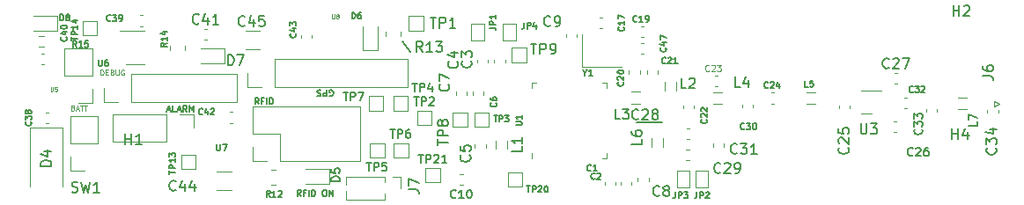
<source format=gbr>
%TF.GenerationSoftware,KiCad,Pcbnew,6.0.0*%
%TF.CreationDate,2022-04-11T19:56:14-05:00*%
%TF.ProjectId,main_board_bodged,6d61696e-5f62-46f6-9172-645f626f6467,rev?*%
%TF.SameCoordinates,Original*%
%TF.FileFunction,Legend,Top*%
%TF.FilePolarity,Positive*%
%FSLAX46Y46*%
G04 Gerber Fmt 4.6, Leading zero omitted, Abs format (unit mm)*
G04 Created by KiCad (PCBNEW 6.0.0) date 2022-04-11 19:56:14*
%MOMM*%
%LPD*%
G01*
G04 APERTURE LIST*
%ADD10C,0.150000*%
%ADD11C,0.125000*%
%ADD12C,0.100000*%
%ADD13C,0.120000*%
G04 APERTURE END LIST*
D10*
X186000000Y-142380000D02*
X188440000Y-142390000D01*
X163480000Y-134630000D02*
X164240000Y-135660000D01*
D11*
X131800476Y-141004285D02*
X131871904Y-141028095D01*
X131895714Y-141051904D01*
X131919523Y-141099523D01*
X131919523Y-141170952D01*
X131895714Y-141218571D01*
X131871904Y-141242380D01*
X131824285Y-141266190D01*
X131633809Y-141266190D01*
X131633809Y-140766190D01*
X131800476Y-140766190D01*
X131848095Y-140790000D01*
X131871904Y-140813809D01*
X131895714Y-140861428D01*
X131895714Y-140909047D01*
X131871904Y-140956666D01*
X131848095Y-140980476D01*
X131800476Y-141004285D01*
X131633809Y-141004285D01*
X132110000Y-141123333D02*
X132348095Y-141123333D01*
X132062380Y-141266190D02*
X132229047Y-140766190D01*
X132395714Y-141266190D01*
X132490952Y-140766190D02*
X132776666Y-140766190D01*
X132633809Y-141266190D02*
X132633809Y-140766190D01*
X132871904Y-140766190D02*
X133157619Y-140766190D01*
X133014761Y-141266190D02*
X133014761Y-140766190D01*
D10*
X156478571Y-139880000D02*
X156535714Y-139908571D01*
X156621428Y-139908571D01*
X156707142Y-139880000D01*
X156764285Y-139822857D01*
X156792857Y-139765714D01*
X156821428Y-139651428D01*
X156821428Y-139565714D01*
X156792857Y-139451428D01*
X156764285Y-139394285D01*
X156707142Y-139337142D01*
X156621428Y-139308571D01*
X156564285Y-139308571D01*
X156478571Y-139337142D01*
X156450000Y-139365714D01*
X156450000Y-139565714D01*
X156564285Y-139565714D01*
X156192857Y-139308571D02*
X156192857Y-139908571D01*
X155964285Y-139908571D01*
X155907142Y-139880000D01*
X155878571Y-139851428D01*
X155850000Y-139794285D01*
X155850000Y-139708571D01*
X155878571Y-139651428D01*
X155907142Y-139622857D01*
X155964285Y-139594285D01*
X156192857Y-139594285D01*
X155621428Y-139337142D02*
X155535714Y-139308571D01*
X155392857Y-139308571D01*
X155335714Y-139337142D01*
X155307142Y-139365714D01*
X155278571Y-139422857D01*
X155278571Y-139480000D01*
X155307142Y-139537142D01*
X155335714Y-139565714D01*
X155392857Y-139594285D01*
X155507142Y-139622857D01*
X155564285Y-139651428D01*
X155592857Y-139680000D01*
X155621428Y-139737142D01*
X155621428Y-139794285D01*
X155592857Y-139851428D01*
X155564285Y-139880000D01*
X155507142Y-139908571D01*
X155364285Y-139908571D01*
X155278571Y-139880000D01*
D11*
X134450952Y-137856190D02*
X134450952Y-137356190D01*
X134570000Y-137356190D01*
X134641428Y-137380000D01*
X134689047Y-137427619D01*
X134712857Y-137475238D01*
X134736666Y-137570476D01*
X134736666Y-137641904D01*
X134712857Y-137737142D01*
X134689047Y-137784761D01*
X134641428Y-137832380D01*
X134570000Y-137856190D01*
X134450952Y-137856190D01*
X134950952Y-137594285D02*
X135117619Y-137594285D01*
X135189047Y-137856190D02*
X134950952Y-137856190D01*
X134950952Y-137356190D01*
X135189047Y-137356190D01*
X135570000Y-137594285D02*
X135641428Y-137618095D01*
X135665238Y-137641904D01*
X135689047Y-137689523D01*
X135689047Y-137760952D01*
X135665238Y-137808571D01*
X135641428Y-137832380D01*
X135593809Y-137856190D01*
X135403333Y-137856190D01*
X135403333Y-137356190D01*
X135570000Y-137356190D01*
X135617619Y-137380000D01*
X135641428Y-137403809D01*
X135665238Y-137451428D01*
X135665238Y-137499047D01*
X135641428Y-137546666D01*
X135617619Y-137570476D01*
X135570000Y-137594285D01*
X135403333Y-137594285D01*
X135903333Y-137356190D02*
X135903333Y-137760952D01*
X135927142Y-137808571D01*
X135950952Y-137832380D01*
X135998571Y-137856190D01*
X136093809Y-137856190D01*
X136141428Y-137832380D01*
X136165238Y-137808571D01*
X136189047Y-137760952D01*
X136189047Y-137356190D01*
X136689047Y-137380000D02*
X136641428Y-137356190D01*
X136570000Y-137356190D01*
X136498571Y-137380000D01*
X136450952Y-137427619D01*
X136427142Y-137475238D01*
X136403333Y-137570476D01*
X136403333Y-137641904D01*
X136427142Y-137737142D01*
X136450952Y-137784761D01*
X136498571Y-137832380D01*
X136570000Y-137856190D01*
X136617619Y-137856190D01*
X136689047Y-137832380D01*
X136712857Y-137808571D01*
X136712857Y-137641904D01*
X136617619Y-137641904D01*
D10*
X149645714Y-140661428D02*
X149445714Y-140375714D01*
X149302857Y-140661428D02*
X149302857Y-140061428D01*
X149531428Y-140061428D01*
X149588571Y-140090000D01*
X149617142Y-140118571D01*
X149645714Y-140175714D01*
X149645714Y-140261428D01*
X149617142Y-140318571D01*
X149588571Y-140347142D01*
X149531428Y-140375714D01*
X149302857Y-140375714D01*
X150102857Y-140347142D02*
X149902857Y-140347142D01*
X149902857Y-140661428D02*
X149902857Y-140061428D01*
X150188571Y-140061428D01*
X150417142Y-140661428D02*
X150417142Y-140061428D01*
X150702857Y-140661428D02*
X150702857Y-140061428D01*
X150845714Y-140061428D01*
X150931428Y-140090000D01*
X150988571Y-140147142D01*
X151017142Y-140204285D01*
X151045714Y-140318571D01*
X151045714Y-140404285D01*
X151017142Y-140518571D01*
X150988571Y-140575714D01*
X150931428Y-140632857D01*
X150845714Y-140661428D01*
X150702857Y-140661428D01*
X140864285Y-141220000D02*
X141150000Y-141220000D01*
X140807142Y-141391428D02*
X141007142Y-140791428D01*
X141207142Y-141391428D01*
X141692857Y-141391428D02*
X141407142Y-141391428D01*
X141407142Y-140791428D01*
X141864285Y-141220000D02*
X142150000Y-141220000D01*
X141807142Y-141391428D02*
X142007142Y-140791428D01*
X142207142Y-141391428D01*
X142750000Y-141391428D02*
X142550000Y-141105714D01*
X142407142Y-141391428D02*
X142407142Y-140791428D01*
X142635714Y-140791428D01*
X142692857Y-140820000D01*
X142721428Y-140848571D01*
X142750000Y-140905714D01*
X142750000Y-140991428D01*
X142721428Y-141048571D01*
X142692857Y-141077142D01*
X142635714Y-141105714D01*
X142407142Y-141105714D01*
X143007142Y-141391428D02*
X143007142Y-140791428D01*
X143207142Y-141220000D01*
X143407142Y-140791428D01*
X143407142Y-141391428D01*
X153698571Y-149511428D02*
X153498571Y-149225714D01*
X153355714Y-149511428D02*
X153355714Y-148911428D01*
X153584285Y-148911428D01*
X153641428Y-148940000D01*
X153670000Y-148968571D01*
X153698571Y-149025714D01*
X153698571Y-149111428D01*
X153670000Y-149168571D01*
X153641428Y-149197142D01*
X153584285Y-149225714D01*
X153355714Y-149225714D01*
X154155714Y-149197142D02*
X153955714Y-149197142D01*
X153955714Y-149511428D02*
X153955714Y-148911428D01*
X154241428Y-148911428D01*
X154470000Y-149511428D02*
X154470000Y-148911428D01*
X154755714Y-149511428D02*
X154755714Y-148911428D01*
X154898571Y-148911428D01*
X154984285Y-148940000D01*
X155041428Y-148997142D01*
X155070000Y-149054285D01*
X155098571Y-149168571D01*
X155098571Y-149254285D01*
X155070000Y-149368571D01*
X155041428Y-149425714D01*
X154984285Y-149482857D01*
X154898571Y-149511428D01*
X154755714Y-149511428D01*
X155927142Y-148911428D02*
X156041428Y-148911428D01*
X156098571Y-148940000D01*
X156155714Y-148997142D01*
X156184285Y-149111428D01*
X156184285Y-149311428D01*
X156155714Y-149425714D01*
X156098571Y-149482857D01*
X156041428Y-149511428D01*
X155927142Y-149511428D01*
X155870000Y-149482857D01*
X155812857Y-149425714D01*
X155784285Y-149311428D01*
X155784285Y-149111428D01*
X155812857Y-148997142D01*
X155870000Y-148940000D01*
X155927142Y-148911428D01*
X156441428Y-149511428D02*
X156441428Y-148911428D01*
X156784285Y-149511428D01*
X156784285Y-148911428D01*
%TO.C,L1*%
X174994380Y-144720666D02*
X174994380Y-145196857D01*
X173994380Y-145196857D01*
X174994380Y-143863523D02*
X174994380Y-144434952D01*
X174994380Y-144149238D02*
X173994380Y-144149238D01*
X174137238Y-144244476D01*
X174232476Y-144339714D01*
X174280095Y-144434952D01*
%TO.C,J7*%
X164042380Y-148883333D02*
X164756666Y-148883333D01*
X164899523Y-148930952D01*
X164994761Y-149026190D01*
X165042380Y-149169047D01*
X165042380Y-149264285D01*
X164042380Y-148502380D02*
X164042380Y-147835714D01*
X165042380Y-148264285D01*
%TO.C,TP6*%
X162300476Y-143091904D02*
X162757619Y-143091904D01*
X162529047Y-143891904D02*
X162529047Y-143091904D01*
X163024285Y-143891904D02*
X163024285Y-143091904D01*
X163329047Y-143091904D01*
X163405238Y-143130000D01*
X163443333Y-143168095D01*
X163481428Y-143244285D01*
X163481428Y-143358571D01*
X163443333Y-143434761D01*
X163405238Y-143472857D01*
X163329047Y-143510952D01*
X163024285Y-143510952D01*
X164167142Y-143091904D02*
X164014761Y-143091904D01*
X163938571Y-143130000D01*
X163900476Y-143168095D01*
X163824285Y-143282380D01*
X163786190Y-143434761D01*
X163786190Y-143739523D01*
X163824285Y-143815714D01*
X163862380Y-143853809D01*
X163938571Y-143891904D01*
X164090952Y-143891904D01*
X164167142Y-143853809D01*
X164205238Y-143815714D01*
X164243333Y-143739523D01*
X164243333Y-143549047D01*
X164205238Y-143472857D01*
X164167142Y-143434761D01*
X164090952Y-143396666D01*
X163938571Y-143396666D01*
X163862380Y-143434761D01*
X163824285Y-143472857D01*
X163786190Y-143549047D01*
%TO.C,C20*%
X184684285Y-138535714D02*
X184712857Y-138564285D01*
X184741428Y-138650000D01*
X184741428Y-138707142D01*
X184712857Y-138792857D01*
X184655714Y-138850000D01*
X184598571Y-138878571D01*
X184484285Y-138907142D01*
X184398571Y-138907142D01*
X184284285Y-138878571D01*
X184227142Y-138850000D01*
X184170000Y-138792857D01*
X184141428Y-138707142D01*
X184141428Y-138650000D01*
X184170000Y-138564285D01*
X184198571Y-138535714D01*
X184198571Y-138307142D02*
X184170000Y-138278571D01*
X184141428Y-138221428D01*
X184141428Y-138078571D01*
X184170000Y-138021428D01*
X184198571Y-137992857D01*
X184255714Y-137964285D01*
X184312857Y-137964285D01*
X184398571Y-137992857D01*
X184741428Y-138335714D01*
X184741428Y-137964285D01*
X184141428Y-137592857D02*
X184141428Y-137535714D01*
X184170000Y-137478571D01*
X184198571Y-137450000D01*
X184255714Y-137421428D01*
X184370000Y-137392857D01*
X184512857Y-137392857D01*
X184627142Y-137421428D01*
X184684285Y-137450000D01*
X184712857Y-137478571D01*
X184741428Y-137535714D01*
X184741428Y-137592857D01*
X184712857Y-137650000D01*
X184684285Y-137678571D01*
X184627142Y-137707142D01*
X184512857Y-137735714D01*
X184370000Y-137735714D01*
X184255714Y-137707142D01*
X184198571Y-137678571D01*
X184170000Y-137650000D01*
X184141428Y-137592857D01*
%TO.C,C8*%
X188183333Y-149427142D02*
X188135714Y-149474761D01*
X187992857Y-149522380D01*
X187897619Y-149522380D01*
X187754761Y-149474761D01*
X187659523Y-149379523D01*
X187611904Y-149284285D01*
X187564285Y-149093809D01*
X187564285Y-148950952D01*
X187611904Y-148760476D01*
X187659523Y-148665238D01*
X187754761Y-148570000D01*
X187897619Y-148522380D01*
X187992857Y-148522380D01*
X188135714Y-148570000D01*
X188183333Y-148617619D01*
X188754761Y-148950952D02*
X188659523Y-148903333D01*
X188611904Y-148855714D01*
X188564285Y-148760476D01*
X188564285Y-148712857D01*
X188611904Y-148617619D01*
X188659523Y-148570000D01*
X188754761Y-148522380D01*
X188945238Y-148522380D01*
X189040476Y-148570000D01*
X189088095Y-148617619D01*
X189135714Y-148712857D01*
X189135714Y-148760476D01*
X189088095Y-148855714D01*
X189040476Y-148903333D01*
X188945238Y-148950952D01*
X188754761Y-148950952D01*
X188659523Y-148998571D01*
X188611904Y-149046190D01*
X188564285Y-149141428D01*
X188564285Y-149331904D01*
X188611904Y-149427142D01*
X188659523Y-149474761D01*
X188754761Y-149522380D01*
X188945238Y-149522380D01*
X189040476Y-149474761D01*
X189088095Y-149427142D01*
X189135714Y-149331904D01*
X189135714Y-149141428D01*
X189088095Y-149046190D01*
X189040476Y-148998571D01*
X188945238Y-148950952D01*
D12*
%TO.C,U5*%
X129645238Y-139005952D02*
X129645238Y-139329761D01*
X129664285Y-139367857D01*
X129683333Y-139386904D01*
X129721428Y-139405952D01*
X129797619Y-139405952D01*
X129835714Y-139386904D01*
X129854761Y-139367857D01*
X129873809Y-139329761D01*
X129873809Y-139005952D01*
X130254761Y-139005952D02*
X130064285Y-139005952D01*
X130045238Y-139196428D01*
X130064285Y-139177380D01*
X130102380Y-139158333D01*
X130197619Y-139158333D01*
X130235714Y-139177380D01*
X130254761Y-139196428D01*
X130273809Y-139234523D01*
X130273809Y-139329761D01*
X130254761Y-139367857D01*
X130235714Y-139386904D01*
X130197619Y-139405952D01*
X130102380Y-139405952D01*
X130064285Y-139386904D01*
X130045238Y-139367857D01*
D10*
%TO.C,L3*%
X184393333Y-142102380D02*
X183917142Y-142102380D01*
X183917142Y-141102380D01*
X184631428Y-141102380D02*
X185250476Y-141102380D01*
X184917142Y-141483333D01*
X185060000Y-141483333D01*
X185155238Y-141530952D01*
X185202857Y-141578571D01*
X185250476Y-141673809D01*
X185250476Y-141911904D01*
X185202857Y-142007142D01*
X185155238Y-142054761D01*
X185060000Y-142102380D01*
X184774285Y-142102380D01*
X184679047Y-142054761D01*
X184631428Y-142007142D01*
%TO.C,TP7*%
X157780476Y-139521904D02*
X158237619Y-139521904D01*
X158009047Y-140321904D02*
X158009047Y-139521904D01*
X158504285Y-140321904D02*
X158504285Y-139521904D01*
X158809047Y-139521904D01*
X158885238Y-139560000D01*
X158923333Y-139598095D01*
X158961428Y-139674285D01*
X158961428Y-139788571D01*
X158923333Y-139864761D01*
X158885238Y-139902857D01*
X158809047Y-139940952D01*
X158504285Y-139940952D01*
X159228095Y-139521904D02*
X159761428Y-139521904D01*
X159418571Y-140321904D01*
%TO.C,TP1*%
X166148095Y-132312380D02*
X166719523Y-132312380D01*
X166433809Y-133312380D02*
X166433809Y-132312380D01*
X167052857Y-133312380D02*
X167052857Y-132312380D01*
X167433809Y-132312380D01*
X167529047Y-132360000D01*
X167576666Y-132407619D01*
X167624285Y-132502857D01*
X167624285Y-132645714D01*
X167576666Y-132740952D01*
X167529047Y-132788571D01*
X167433809Y-132836190D01*
X167052857Y-132836190D01*
X168576666Y-133312380D02*
X168005238Y-133312380D01*
X168290952Y-133312380D02*
X168290952Y-132312380D01*
X168195714Y-132455238D01*
X168100476Y-132550476D01*
X168005238Y-132598095D01*
%TO.C,L2*%
X190743333Y-139142380D02*
X190267142Y-139142380D01*
X190267142Y-138142380D01*
X191029047Y-138237619D02*
X191076666Y-138190000D01*
X191171904Y-138142380D01*
X191410000Y-138142380D01*
X191505238Y-138190000D01*
X191552857Y-138237619D01*
X191600476Y-138332857D01*
X191600476Y-138428095D01*
X191552857Y-138570952D01*
X190981428Y-139142380D01*
X191600476Y-139142380D01*
%TO.C,C45*%
X148327142Y-133067142D02*
X148279523Y-133114761D01*
X148136666Y-133162380D01*
X148041428Y-133162380D01*
X147898571Y-133114761D01*
X147803333Y-133019523D01*
X147755714Y-132924285D01*
X147708095Y-132733809D01*
X147708095Y-132590952D01*
X147755714Y-132400476D01*
X147803333Y-132305238D01*
X147898571Y-132210000D01*
X148041428Y-132162380D01*
X148136666Y-132162380D01*
X148279523Y-132210000D01*
X148327142Y-132257619D01*
X149184285Y-132495714D02*
X149184285Y-133162380D01*
X148946190Y-132114761D02*
X148708095Y-132829047D01*
X149327142Y-132829047D01*
X150184285Y-132162380D02*
X149708095Y-132162380D01*
X149660476Y-132638571D01*
X149708095Y-132590952D01*
X149803333Y-132543333D01*
X150041428Y-132543333D01*
X150136666Y-132590952D01*
X150184285Y-132638571D01*
X150231904Y-132733809D01*
X150231904Y-132971904D01*
X150184285Y-133067142D01*
X150136666Y-133114761D01*
X150041428Y-133162380D01*
X149803333Y-133162380D01*
X149708095Y-133114761D01*
X149660476Y-133067142D01*
%TO.C,C40*%
X131164285Y-134210714D02*
X131192857Y-134239285D01*
X131221428Y-134325000D01*
X131221428Y-134382142D01*
X131192857Y-134467857D01*
X131135714Y-134525000D01*
X131078571Y-134553571D01*
X130964285Y-134582142D01*
X130878571Y-134582142D01*
X130764285Y-134553571D01*
X130707142Y-134525000D01*
X130650000Y-134467857D01*
X130621428Y-134382142D01*
X130621428Y-134325000D01*
X130650000Y-134239285D01*
X130678571Y-134210714D01*
X130821428Y-133696428D02*
X131221428Y-133696428D01*
X130592857Y-133839285D02*
X131021428Y-133982142D01*
X131021428Y-133610714D01*
X130621428Y-133267857D02*
X130621428Y-133210714D01*
X130650000Y-133153571D01*
X130678571Y-133125000D01*
X130735714Y-133096428D01*
X130850000Y-133067857D01*
X130992857Y-133067857D01*
X131107142Y-133096428D01*
X131164285Y-133125000D01*
X131192857Y-133153571D01*
X131221428Y-133210714D01*
X131221428Y-133267857D01*
X131192857Y-133325000D01*
X131164285Y-133353571D01*
X131107142Y-133382142D01*
X130992857Y-133410714D01*
X130850000Y-133410714D01*
X130735714Y-133382142D01*
X130678571Y-133353571D01*
X130650000Y-133325000D01*
X130621428Y-133267857D01*
%TO.C,C43*%
X153204285Y-133885714D02*
X153232857Y-133914285D01*
X153261428Y-134000000D01*
X153261428Y-134057142D01*
X153232857Y-134142857D01*
X153175714Y-134200000D01*
X153118571Y-134228571D01*
X153004285Y-134257142D01*
X152918571Y-134257142D01*
X152804285Y-134228571D01*
X152747142Y-134200000D01*
X152690000Y-134142857D01*
X152661428Y-134057142D01*
X152661428Y-134000000D01*
X152690000Y-133914285D01*
X152718571Y-133885714D01*
X152861428Y-133371428D02*
X153261428Y-133371428D01*
X152632857Y-133514285D02*
X153061428Y-133657142D01*
X153061428Y-133285714D01*
X152661428Y-133114285D02*
X152661428Y-132742857D01*
X152890000Y-132942857D01*
X152890000Y-132857142D01*
X152918571Y-132800000D01*
X152947142Y-132771428D01*
X153004285Y-132742857D01*
X153147142Y-132742857D01*
X153204285Y-132771428D01*
X153232857Y-132800000D01*
X153261428Y-132857142D01*
X153261428Y-133028571D01*
X153232857Y-133085714D01*
X153204285Y-133114285D01*
%TO.C,R12*%
X150734285Y-149581428D02*
X150534285Y-149295714D01*
X150391428Y-149581428D02*
X150391428Y-148981428D01*
X150620000Y-148981428D01*
X150677142Y-149010000D01*
X150705714Y-149038571D01*
X150734285Y-149095714D01*
X150734285Y-149181428D01*
X150705714Y-149238571D01*
X150677142Y-149267142D01*
X150620000Y-149295714D01*
X150391428Y-149295714D01*
X151305714Y-149581428D02*
X150962857Y-149581428D01*
X151134285Y-149581428D02*
X151134285Y-148981428D01*
X151077142Y-149067142D01*
X151020000Y-149124285D01*
X150962857Y-149152857D01*
X151534285Y-149038571D02*
X151562857Y-149010000D01*
X151620000Y-148981428D01*
X151762857Y-148981428D01*
X151820000Y-149010000D01*
X151848571Y-149038571D01*
X151877142Y-149095714D01*
X151877142Y-149152857D01*
X151848571Y-149238571D01*
X151505714Y-149581428D01*
X151877142Y-149581428D01*
%TO.C,JP4*%
X175170000Y-132801428D02*
X175170000Y-133230000D01*
X175141428Y-133315714D01*
X175084285Y-133372857D01*
X174998571Y-133401428D01*
X174941428Y-133401428D01*
X175455714Y-133401428D02*
X175455714Y-132801428D01*
X175684285Y-132801428D01*
X175741428Y-132830000D01*
X175770000Y-132858571D01*
X175798571Y-132915714D01*
X175798571Y-133001428D01*
X175770000Y-133058571D01*
X175741428Y-133087142D01*
X175684285Y-133115714D01*
X175455714Y-133115714D01*
X176312857Y-133001428D02*
X176312857Y-133401428D01*
X176170000Y-132772857D02*
X176027142Y-133201428D01*
X176398571Y-133201428D01*
%TO.C,R15*%
X132139285Y-135171428D02*
X131939285Y-134885714D01*
X131796428Y-135171428D02*
X131796428Y-134571428D01*
X132025000Y-134571428D01*
X132082142Y-134600000D01*
X132110714Y-134628571D01*
X132139285Y-134685714D01*
X132139285Y-134771428D01*
X132110714Y-134828571D01*
X132082142Y-134857142D01*
X132025000Y-134885714D01*
X131796428Y-134885714D01*
X132710714Y-135171428D02*
X132367857Y-135171428D01*
X132539285Y-135171428D02*
X132539285Y-134571428D01*
X132482142Y-134657142D01*
X132425000Y-134714285D01*
X132367857Y-134742857D01*
X133253571Y-134571428D02*
X132967857Y-134571428D01*
X132939285Y-134857142D01*
X132967857Y-134828571D01*
X133025000Y-134800000D01*
X133167857Y-134800000D01*
X133225000Y-134828571D01*
X133253571Y-134857142D01*
X133282142Y-134914285D01*
X133282142Y-135057142D01*
X133253571Y-135114285D01*
X133225000Y-135142857D01*
X133167857Y-135171428D01*
X133025000Y-135171428D01*
X132967857Y-135142857D01*
X132939285Y-135114285D01*
%TO.C,C17*%
X184744285Y-133225714D02*
X184772857Y-133254285D01*
X184801428Y-133340000D01*
X184801428Y-133397142D01*
X184772857Y-133482857D01*
X184715714Y-133540000D01*
X184658571Y-133568571D01*
X184544285Y-133597142D01*
X184458571Y-133597142D01*
X184344285Y-133568571D01*
X184287142Y-133540000D01*
X184230000Y-133482857D01*
X184201428Y-133397142D01*
X184201428Y-133340000D01*
X184230000Y-133254285D01*
X184258571Y-133225714D01*
X184801428Y-132654285D02*
X184801428Y-132997142D01*
X184801428Y-132825714D02*
X184201428Y-132825714D01*
X184287142Y-132882857D01*
X184344285Y-132940000D01*
X184372857Y-132997142D01*
X184201428Y-132454285D02*
X184201428Y-132054285D01*
X184801428Y-132311428D01*
%TO.C,C4*%
X168737142Y-136546666D02*
X168784761Y-136594285D01*
X168832380Y-136737142D01*
X168832380Y-136832380D01*
X168784761Y-136975238D01*
X168689523Y-137070476D01*
X168594285Y-137118095D01*
X168403809Y-137165714D01*
X168260952Y-137165714D01*
X168070476Y-137118095D01*
X167975238Y-137070476D01*
X167880000Y-136975238D01*
X167832380Y-136832380D01*
X167832380Y-136737142D01*
X167880000Y-136594285D01*
X167927619Y-136546666D01*
X168165714Y-135689523D02*
X168832380Y-135689523D01*
X167784761Y-135927619D02*
X168499047Y-136165714D01*
X168499047Y-135546666D01*
%TO.C,U3*%
X207538095Y-142532380D02*
X207538095Y-143341904D01*
X207585714Y-143437142D01*
X207633333Y-143484761D01*
X207728571Y-143532380D01*
X207919047Y-143532380D01*
X208014285Y-143484761D01*
X208061904Y-143437142D01*
X208109523Y-143341904D01*
X208109523Y-142532380D01*
X208490476Y-142532380D02*
X209109523Y-142532380D01*
X208776190Y-142913333D01*
X208919047Y-142913333D01*
X209014285Y-142960952D01*
X209061904Y-143008571D01*
X209109523Y-143103809D01*
X209109523Y-143341904D01*
X209061904Y-143437142D01*
X209014285Y-143484761D01*
X208919047Y-143532380D01*
X208633333Y-143532380D01*
X208538095Y-143484761D01*
X208490476Y-143437142D01*
%TO.C,C5*%
X169937142Y-145566666D02*
X169984761Y-145614285D01*
X170032380Y-145757142D01*
X170032380Y-145852380D01*
X169984761Y-145995238D01*
X169889523Y-146090476D01*
X169794285Y-146138095D01*
X169603809Y-146185714D01*
X169460952Y-146185714D01*
X169270476Y-146138095D01*
X169175238Y-146090476D01*
X169080000Y-145995238D01*
X169032380Y-145852380D01*
X169032380Y-145757142D01*
X169080000Y-145614285D01*
X169127619Y-145566666D01*
X169032380Y-144661904D02*
X169032380Y-145138095D01*
X169508571Y-145185714D01*
X169460952Y-145138095D01*
X169413333Y-145042857D01*
X169413333Y-144804761D01*
X169460952Y-144709523D01*
X169508571Y-144661904D01*
X169603809Y-144614285D01*
X169841904Y-144614285D01*
X169937142Y-144661904D01*
X169984761Y-144709523D01*
X170032380Y-144804761D01*
X170032380Y-145042857D01*
X169984761Y-145138095D01*
X169937142Y-145185714D01*
%TO.C,TP20*%
X175427142Y-148531428D02*
X175770000Y-148531428D01*
X175598571Y-149131428D02*
X175598571Y-148531428D01*
X175970000Y-149131428D02*
X175970000Y-148531428D01*
X176198571Y-148531428D01*
X176255714Y-148560000D01*
X176284285Y-148588571D01*
X176312857Y-148645714D01*
X176312857Y-148731428D01*
X176284285Y-148788571D01*
X176255714Y-148817142D01*
X176198571Y-148845714D01*
X175970000Y-148845714D01*
X176541428Y-148588571D02*
X176570000Y-148560000D01*
X176627142Y-148531428D01*
X176770000Y-148531428D01*
X176827142Y-148560000D01*
X176855714Y-148588571D01*
X176884285Y-148645714D01*
X176884285Y-148702857D01*
X176855714Y-148788571D01*
X176512857Y-149131428D01*
X176884285Y-149131428D01*
X177255714Y-148531428D02*
X177312857Y-148531428D01*
X177370000Y-148560000D01*
X177398571Y-148588571D01*
X177427142Y-148645714D01*
X177455714Y-148760000D01*
X177455714Y-148902857D01*
X177427142Y-149017142D01*
X177398571Y-149074285D01*
X177370000Y-149102857D01*
X177312857Y-149131428D01*
X177255714Y-149131428D01*
X177198571Y-149102857D01*
X177170000Y-149074285D01*
X177141428Y-149017142D01*
X177112857Y-148902857D01*
X177112857Y-148760000D01*
X177141428Y-148645714D01*
X177170000Y-148588571D01*
X177198571Y-148560000D01*
X177255714Y-148531428D01*
%TO.C,C1*%
X181620000Y-147034285D02*
X181591428Y-147062857D01*
X181505714Y-147091428D01*
X181448571Y-147091428D01*
X181362857Y-147062857D01*
X181305714Y-147005714D01*
X181277142Y-146948571D01*
X181248571Y-146834285D01*
X181248571Y-146748571D01*
X181277142Y-146634285D01*
X181305714Y-146577142D01*
X181362857Y-146520000D01*
X181448571Y-146491428D01*
X181505714Y-146491428D01*
X181591428Y-146520000D01*
X181620000Y-146548571D01*
X182191428Y-147091428D02*
X181848571Y-147091428D01*
X182020000Y-147091428D02*
X182020000Y-146491428D01*
X181962857Y-146577142D01*
X181905714Y-146634285D01*
X181848571Y-146662857D01*
%TO.C,C21*%
X188784285Y-136704285D02*
X188755714Y-136732857D01*
X188670000Y-136761428D01*
X188612857Y-136761428D01*
X188527142Y-136732857D01*
X188470000Y-136675714D01*
X188441428Y-136618571D01*
X188412857Y-136504285D01*
X188412857Y-136418571D01*
X188441428Y-136304285D01*
X188470000Y-136247142D01*
X188527142Y-136190000D01*
X188612857Y-136161428D01*
X188670000Y-136161428D01*
X188755714Y-136190000D01*
X188784285Y-136218571D01*
X189012857Y-136218571D02*
X189041428Y-136190000D01*
X189098571Y-136161428D01*
X189241428Y-136161428D01*
X189298571Y-136190000D01*
X189327142Y-136218571D01*
X189355714Y-136275714D01*
X189355714Y-136332857D01*
X189327142Y-136418571D01*
X188984285Y-136761428D01*
X189355714Y-136761428D01*
X189927142Y-136761428D02*
X189584285Y-136761428D01*
X189755714Y-136761428D02*
X189755714Y-136161428D01*
X189698571Y-136247142D01*
X189641428Y-136304285D01*
X189584285Y-136332857D01*
%TO.C,C3*%
X170057142Y-136516666D02*
X170104761Y-136564285D01*
X170152380Y-136707142D01*
X170152380Y-136802380D01*
X170104761Y-136945238D01*
X170009523Y-137040476D01*
X169914285Y-137088095D01*
X169723809Y-137135714D01*
X169580952Y-137135714D01*
X169390476Y-137088095D01*
X169295238Y-137040476D01*
X169200000Y-136945238D01*
X169152380Y-136802380D01*
X169152380Y-136707142D01*
X169200000Y-136564285D01*
X169247619Y-136516666D01*
X169152380Y-136183333D02*
X169152380Y-135564285D01*
X169533333Y-135897619D01*
X169533333Y-135754761D01*
X169580952Y-135659523D01*
X169628571Y-135611904D01*
X169723809Y-135564285D01*
X169961904Y-135564285D01*
X170057142Y-135611904D01*
X170104761Y-135659523D01*
X170152380Y-135754761D01*
X170152380Y-136040476D01*
X170104761Y-136135714D01*
X170057142Y-136183333D01*
%TO.C,R13*%
X165407142Y-135632380D02*
X165073809Y-135156190D01*
X164835714Y-135632380D02*
X164835714Y-134632380D01*
X165216666Y-134632380D01*
X165311904Y-134680000D01*
X165359523Y-134727619D01*
X165407142Y-134822857D01*
X165407142Y-134965714D01*
X165359523Y-135060952D01*
X165311904Y-135108571D01*
X165216666Y-135156190D01*
X164835714Y-135156190D01*
X166359523Y-135632380D02*
X165788095Y-135632380D01*
X166073809Y-135632380D02*
X166073809Y-134632380D01*
X165978571Y-134775238D01*
X165883333Y-134870476D01*
X165788095Y-134918095D01*
X166692857Y-134632380D02*
X167311904Y-134632380D01*
X166978571Y-135013333D01*
X167121428Y-135013333D01*
X167216666Y-135060952D01*
X167264285Y-135108571D01*
X167311904Y-135203809D01*
X167311904Y-135441904D01*
X167264285Y-135537142D01*
X167216666Y-135584761D01*
X167121428Y-135632380D01*
X166835714Y-135632380D01*
X166740476Y-135584761D01*
X166692857Y-135537142D01*
%TO.C,TP4*%
X164440476Y-138641904D02*
X164897619Y-138641904D01*
X164669047Y-139441904D02*
X164669047Y-138641904D01*
X165164285Y-139441904D02*
X165164285Y-138641904D01*
X165469047Y-138641904D01*
X165545238Y-138680000D01*
X165583333Y-138718095D01*
X165621428Y-138794285D01*
X165621428Y-138908571D01*
X165583333Y-138984761D01*
X165545238Y-139022857D01*
X165469047Y-139060952D01*
X165164285Y-139060952D01*
X166307142Y-138908571D02*
X166307142Y-139441904D01*
X166116666Y-138603809D02*
X165926190Y-139175238D01*
X166421428Y-139175238D01*
%TO.C,C24*%
X198624285Y-139044285D02*
X198595714Y-139072857D01*
X198510000Y-139101428D01*
X198452857Y-139101428D01*
X198367142Y-139072857D01*
X198310000Y-139015714D01*
X198281428Y-138958571D01*
X198252857Y-138844285D01*
X198252857Y-138758571D01*
X198281428Y-138644285D01*
X198310000Y-138587142D01*
X198367142Y-138530000D01*
X198452857Y-138501428D01*
X198510000Y-138501428D01*
X198595714Y-138530000D01*
X198624285Y-138558571D01*
X198852857Y-138558571D02*
X198881428Y-138530000D01*
X198938571Y-138501428D01*
X199081428Y-138501428D01*
X199138571Y-138530000D01*
X199167142Y-138558571D01*
X199195714Y-138615714D01*
X199195714Y-138672857D01*
X199167142Y-138758571D01*
X198824285Y-139101428D01*
X199195714Y-139101428D01*
X199710000Y-138701428D02*
X199710000Y-139101428D01*
X199567142Y-138472857D02*
X199424285Y-138901428D01*
X199795714Y-138901428D01*
%TO.C,TP13*%
X141031428Y-147372857D02*
X141031428Y-147030000D01*
X141631428Y-147201428D02*
X141031428Y-147201428D01*
X141631428Y-146830000D02*
X141031428Y-146830000D01*
X141031428Y-146601428D01*
X141060000Y-146544285D01*
X141088571Y-146515714D01*
X141145714Y-146487142D01*
X141231428Y-146487142D01*
X141288571Y-146515714D01*
X141317142Y-146544285D01*
X141345714Y-146601428D01*
X141345714Y-146830000D01*
X141631428Y-145915714D02*
X141631428Y-146258571D01*
X141631428Y-146087142D02*
X141031428Y-146087142D01*
X141117142Y-146144285D01*
X141174285Y-146201428D01*
X141202857Y-146258571D01*
X141031428Y-145715714D02*
X141031428Y-145344285D01*
X141260000Y-145544285D01*
X141260000Y-145458571D01*
X141288571Y-145401428D01*
X141317142Y-145372857D01*
X141374285Y-145344285D01*
X141517142Y-145344285D01*
X141574285Y-145372857D01*
X141602857Y-145401428D01*
X141631428Y-145458571D01*
X141631428Y-145630000D01*
X141602857Y-145687142D01*
X141574285Y-145715714D01*
%TO.C,C47*%
X188784285Y-135235714D02*
X188812857Y-135264285D01*
X188841428Y-135350000D01*
X188841428Y-135407142D01*
X188812857Y-135492857D01*
X188755714Y-135550000D01*
X188698571Y-135578571D01*
X188584285Y-135607142D01*
X188498571Y-135607142D01*
X188384285Y-135578571D01*
X188327142Y-135550000D01*
X188270000Y-135492857D01*
X188241428Y-135407142D01*
X188241428Y-135350000D01*
X188270000Y-135264285D01*
X188298571Y-135235714D01*
X188441428Y-134721428D02*
X188841428Y-134721428D01*
X188212857Y-134864285D02*
X188641428Y-135007142D01*
X188641428Y-134635714D01*
X188241428Y-134464285D02*
X188241428Y-134064285D01*
X188841428Y-134321428D01*
%TO.C,H1*%
X136838095Y-144502380D02*
X136838095Y-143502380D01*
X136838095Y-143978571D02*
X137409523Y-143978571D01*
X137409523Y-144502380D02*
X137409523Y-143502380D01*
X138409523Y-144502380D02*
X137838095Y-144502380D01*
X138123809Y-144502380D02*
X138123809Y-143502380D01*
X138028571Y-143645238D01*
X137933333Y-143740476D01*
X137838095Y-143788095D01*
%TO.C,C22*%
X192704285Y-142125714D02*
X192732857Y-142154285D01*
X192761428Y-142240000D01*
X192761428Y-142297142D01*
X192732857Y-142382857D01*
X192675714Y-142440000D01*
X192618571Y-142468571D01*
X192504285Y-142497142D01*
X192418571Y-142497142D01*
X192304285Y-142468571D01*
X192247142Y-142440000D01*
X192190000Y-142382857D01*
X192161428Y-142297142D01*
X192161428Y-142240000D01*
X192190000Y-142154285D01*
X192218571Y-142125714D01*
X192218571Y-141897142D02*
X192190000Y-141868571D01*
X192161428Y-141811428D01*
X192161428Y-141668571D01*
X192190000Y-141611428D01*
X192218571Y-141582857D01*
X192275714Y-141554285D01*
X192332857Y-141554285D01*
X192418571Y-141582857D01*
X192761428Y-141925714D01*
X192761428Y-141554285D01*
X192218571Y-141325714D02*
X192190000Y-141297142D01*
X192161428Y-141240000D01*
X192161428Y-141097142D01*
X192190000Y-141040000D01*
X192218571Y-141011428D01*
X192275714Y-140982857D01*
X192332857Y-140982857D01*
X192418571Y-141011428D01*
X192761428Y-141354285D01*
X192761428Y-140982857D01*
%TO.C,C42*%
X144244285Y-141624285D02*
X144215714Y-141652857D01*
X144130000Y-141681428D01*
X144072857Y-141681428D01*
X143987142Y-141652857D01*
X143930000Y-141595714D01*
X143901428Y-141538571D01*
X143872857Y-141424285D01*
X143872857Y-141338571D01*
X143901428Y-141224285D01*
X143930000Y-141167142D01*
X143987142Y-141110000D01*
X144072857Y-141081428D01*
X144130000Y-141081428D01*
X144215714Y-141110000D01*
X144244285Y-141138571D01*
X144758571Y-141281428D02*
X144758571Y-141681428D01*
X144615714Y-141052857D02*
X144472857Y-141481428D01*
X144844285Y-141481428D01*
X145044285Y-141138571D02*
X145072857Y-141110000D01*
X145130000Y-141081428D01*
X145272857Y-141081428D01*
X145330000Y-141110000D01*
X145358571Y-141138571D01*
X145387142Y-141195714D01*
X145387142Y-141252857D01*
X145358571Y-141338571D01*
X145015714Y-141681428D01*
X145387142Y-141681428D01*
%TO.C,JP3*%
X189730000Y-149081428D02*
X189730000Y-149510000D01*
X189701428Y-149595714D01*
X189644285Y-149652857D01*
X189558571Y-149681428D01*
X189501428Y-149681428D01*
X190015714Y-149681428D02*
X190015714Y-149081428D01*
X190244285Y-149081428D01*
X190301428Y-149110000D01*
X190330000Y-149138571D01*
X190358571Y-149195714D01*
X190358571Y-149281428D01*
X190330000Y-149338571D01*
X190301428Y-149367142D01*
X190244285Y-149395714D01*
X190015714Y-149395714D01*
X190558571Y-149081428D02*
X190930000Y-149081428D01*
X190730000Y-149310000D01*
X190815714Y-149310000D01*
X190872857Y-149338571D01*
X190901428Y-149367142D01*
X190930000Y-149424285D01*
X190930000Y-149567142D01*
X190901428Y-149624285D01*
X190872857Y-149652857D01*
X190815714Y-149681428D01*
X190644285Y-149681428D01*
X190587142Y-149652857D01*
X190558571Y-149624285D01*
%TO.C,C31*%
X195647142Y-145357142D02*
X195599523Y-145404761D01*
X195456666Y-145452380D01*
X195361428Y-145452380D01*
X195218571Y-145404761D01*
X195123333Y-145309523D01*
X195075714Y-145214285D01*
X195028095Y-145023809D01*
X195028095Y-144880952D01*
X195075714Y-144690476D01*
X195123333Y-144595238D01*
X195218571Y-144500000D01*
X195361428Y-144452380D01*
X195456666Y-144452380D01*
X195599523Y-144500000D01*
X195647142Y-144547619D01*
X195980476Y-144452380D02*
X196599523Y-144452380D01*
X196266190Y-144833333D01*
X196409047Y-144833333D01*
X196504285Y-144880952D01*
X196551904Y-144928571D01*
X196599523Y-145023809D01*
X196599523Y-145261904D01*
X196551904Y-145357142D01*
X196504285Y-145404761D01*
X196409047Y-145452380D01*
X196123333Y-145452380D01*
X196028095Y-145404761D01*
X195980476Y-145357142D01*
X197551904Y-145452380D02*
X196980476Y-145452380D01*
X197266190Y-145452380D02*
X197266190Y-144452380D01*
X197170952Y-144595238D01*
X197075714Y-144690476D01*
X196980476Y-144738095D01*
%TO.C,C25*%
X206312142Y-144827857D02*
X206359761Y-144875476D01*
X206407380Y-145018333D01*
X206407380Y-145113571D01*
X206359761Y-145256428D01*
X206264523Y-145351666D01*
X206169285Y-145399285D01*
X205978809Y-145446904D01*
X205835952Y-145446904D01*
X205645476Y-145399285D01*
X205550238Y-145351666D01*
X205455000Y-145256428D01*
X205407380Y-145113571D01*
X205407380Y-145018333D01*
X205455000Y-144875476D01*
X205502619Y-144827857D01*
X205502619Y-144446904D02*
X205455000Y-144399285D01*
X205407380Y-144304047D01*
X205407380Y-144065952D01*
X205455000Y-143970714D01*
X205502619Y-143923095D01*
X205597857Y-143875476D01*
X205693095Y-143875476D01*
X205835952Y-143923095D01*
X206407380Y-144494523D01*
X206407380Y-143875476D01*
X205407380Y-142970714D02*
X205407380Y-143446904D01*
X205883571Y-143494523D01*
X205835952Y-143446904D01*
X205788333Y-143351666D01*
X205788333Y-143113571D01*
X205835952Y-143018333D01*
X205883571Y-142970714D01*
X205978809Y-142923095D01*
X206216904Y-142923095D01*
X206312142Y-142970714D01*
X206359761Y-143018333D01*
X206407380Y-143113571D01*
X206407380Y-143351666D01*
X206359761Y-143446904D01*
X206312142Y-143494523D01*
%TO.C,R14*%
X140831428Y-134775714D02*
X140545714Y-134975714D01*
X140831428Y-135118571D02*
X140231428Y-135118571D01*
X140231428Y-134890000D01*
X140260000Y-134832857D01*
X140288571Y-134804285D01*
X140345714Y-134775714D01*
X140431428Y-134775714D01*
X140488571Y-134804285D01*
X140517142Y-134832857D01*
X140545714Y-134890000D01*
X140545714Y-135118571D01*
X140831428Y-134204285D02*
X140831428Y-134547142D01*
X140831428Y-134375714D02*
X140231428Y-134375714D01*
X140317142Y-134432857D01*
X140374285Y-134490000D01*
X140402857Y-134547142D01*
X140431428Y-133690000D02*
X140831428Y-133690000D01*
X140202857Y-133832857D02*
X140631428Y-133975714D01*
X140631428Y-133604285D01*
%TO.C,C39*%
X135404285Y-132604285D02*
X135375714Y-132632857D01*
X135290000Y-132661428D01*
X135232857Y-132661428D01*
X135147142Y-132632857D01*
X135090000Y-132575714D01*
X135061428Y-132518571D01*
X135032857Y-132404285D01*
X135032857Y-132318571D01*
X135061428Y-132204285D01*
X135090000Y-132147142D01*
X135147142Y-132090000D01*
X135232857Y-132061428D01*
X135290000Y-132061428D01*
X135375714Y-132090000D01*
X135404285Y-132118571D01*
X135604285Y-132061428D02*
X135975714Y-132061428D01*
X135775714Y-132290000D01*
X135861428Y-132290000D01*
X135918571Y-132318571D01*
X135947142Y-132347142D01*
X135975714Y-132404285D01*
X135975714Y-132547142D01*
X135947142Y-132604285D01*
X135918571Y-132632857D01*
X135861428Y-132661428D01*
X135690000Y-132661428D01*
X135632857Y-132632857D01*
X135604285Y-132604285D01*
X136261428Y-132661428D02*
X136375714Y-132661428D01*
X136432857Y-132632857D01*
X136461428Y-132604285D01*
X136518571Y-132518571D01*
X136547142Y-132404285D01*
X136547142Y-132175714D01*
X136518571Y-132118571D01*
X136490000Y-132090000D01*
X136432857Y-132061428D01*
X136318571Y-132061428D01*
X136261428Y-132090000D01*
X136232857Y-132118571D01*
X136204285Y-132175714D01*
X136204285Y-132318571D01*
X136232857Y-132375714D01*
X136261428Y-132404285D01*
X136318571Y-132432857D01*
X136432857Y-132432857D01*
X136490000Y-132404285D01*
X136518571Y-132375714D01*
X136547142Y-132318571D01*
%TO.C,C33*%
X213390714Y-143064285D02*
X213428809Y-143102380D01*
X213466904Y-143216666D01*
X213466904Y-143292857D01*
X213428809Y-143407142D01*
X213352619Y-143483333D01*
X213276428Y-143521428D01*
X213124047Y-143559523D01*
X213009761Y-143559523D01*
X212857380Y-143521428D01*
X212781190Y-143483333D01*
X212705000Y-143407142D01*
X212666904Y-143292857D01*
X212666904Y-143216666D01*
X212705000Y-143102380D01*
X212743095Y-143064285D01*
X212666904Y-142797619D02*
X212666904Y-142302380D01*
X212971666Y-142569047D01*
X212971666Y-142454761D01*
X213009761Y-142378571D01*
X213047857Y-142340476D01*
X213124047Y-142302380D01*
X213314523Y-142302380D01*
X213390714Y-142340476D01*
X213428809Y-142378571D01*
X213466904Y-142454761D01*
X213466904Y-142683333D01*
X213428809Y-142759523D01*
X213390714Y-142797619D01*
X212666904Y-142035714D02*
X212666904Y-141540476D01*
X212971666Y-141807142D01*
X212971666Y-141692857D01*
X213009761Y-141616666D01*
X213047857Y-141578571D01*
X213124047Y-141540476D01*
X213314523Y-141540476D01*
X213390714Y-141578571D01*
X213428809Y-141616666D01*
X213466904Y-141692857D01*
X213466904Y-141921428D01*
X213428809Y-141997619D01*
X213390714Y-142035714D01*
%TO.C,U1*%
X174361428Y-142697142D02*
X174847142Y-142697142D01*
X174904285Y-142668571D01*
X174932857Y-142640000D01*
X174961428Y-142582857D01*
X174961428Y-142468571D01*
X174932857Y-142411428D01*
X174904285Y-142382857D01*
X174847142Y-142354285D01*
X174361428Y-142354285D01*
X174961428Y-141754285D02*
X174961428Y-142097142D01*
X174961428Y-141925714D02*
X174361428Y-141925714D01*
X174447142Y-141982857D01*
X174504285Y-142040000D01*
X174532857Y-142097142D01*
%TO.C,TP5*%
X160010476Y-146271904D02*
X160467619Y-146271904D01*
X160239047Y-147071904D02*
X160239047Y-146271904D01*
X160734285Y-147071904D02*
X160734285Y-146271904D01*
X161039047Y-146271904D01*
X161115238Y-146310000D01*
X161153333Y-146348095D01*
X161191428Y-146424285D01*
X161191428Y-146538571D01*
X161153333Y-146614761D01*
X161115238Y-146652857D01*
X161039047Y-146690952D01*
X160734285Y-146690952D01*
X161915238Y-146271904D02*
X161534285Y-146271904D01*
X161496190Y-146652857D01*
X161534285Y-146614761D01*
X161610476Y-146576666D01*
X161800952Y-146576666D01*
X161877142Y-146614761D01*
X161915238Y-146652857D01*
X161953333Y-146729047D01*
X161953333Y-146919523D01*
X161915238Y-146995714D01*
X161877142Y-147033809D01*
X161800952Y-147071904D01*
X161610476Y-147071904D01*
X161534285Y-147033809D01*
X161496190Y-146995714D01*
%TO.C,TP8*%
X166862380Y-144621904D02*
X166862380Y-144050476D01*
X167862380Y-144336190D02*
X166862380Y-144336190D01*
X167862380Y-143717142D02*
X166862380Y-143717142D01*
X166862380Y-143336190D01*
X166910000Y-143240952D01*
X166957619Y-143193333D01*
X167052857Y-143145714D01*
X167195714Y-143145714D01*
X167290952Y-143193333D01*
X167338571Y-143240952D01*
X167386190Y-143336190D01*
X167386190Y-143717142D01*
X167290952Y-142574285D02*
X167243333Y-142669523D01*
X167195714Y-142717142D01*
X167100476Y-142764761D01*
X167052857Y-142764761D01*
X166957619Y-142717142D01*
X166910000Y-142669523D01*
X166862380Y-142574285D01*
X166862380Y-142383809D01*
X166910000Y-142288571D01*
X166957619Y-142240952D01*
X167052857Y-142193333D01*
X167100476Y-142193333D01*
X167195714Y-142240952D01*
X167243333Y-142288571D01*
X167290952Y-142383809D01*
X167290952Y-142574285D01*
X167338571Y-142669523D01*
X167386190Y-142717142D01*
X167481428Y-142764761D01*
X167671904Y-142764761D01*
X167767142Y-142717142D01*
X167814761Y-142669523D01*
X167862380Y-142574285D01*
X167862380Y-142383809D01*
X167814761Y-142288571D01*
X167767142Y-142240952D01*
X167671904Y-142193333D01*
X167481428Y-142193333D01*
X167386190Y-142240952D01*
X167338571Y-142288571D01*
X167290952Y-142383809D01*
%TO.C,TP21*%
X165029523Y-145511904D02*
X165486666Y-145511904D01*
X165258095Y-146311904D02*
X165258095Y-145511904D01*
X165753333Y-146311904D02*
X165753333Y-145511904D01*
X166058095Y-145511904D01*
X166134285Y-145550000D01*
X166172380Y-145588095D01*
X166210476Y-145664285D01*
X166210476Y-145778571D01*
X166172380Y-145854761D01*
X166134285Y-145892857D01*
X166058095Y-145930952D01*
X165753333Y-145930952D01*
X166515238Y-145588095D02*
X166553333Y-145550000D01*
X166629523Y-145511904D01*
X166820000Y-145511904D01*
X166896190Y-145550000D01*
X166934285Y-145588095D01*
X166972380Y-145664285D01*
X166972380Y-145740476D01*
X166934285Y-145854761D01*
X166477142Y-146311904D01*
X166972380Y-146311904D01*
X167734285Y-146311904D02*
X167277142Y-146311904D01*
X167505714Y-146311904D02*
X167505714Y-145511904D01*
X167429523Y-145626190D01*
X167353333Y-145702380D01*
X167277142Y-145740476D01*
%TO.C,C7*%
X167897142Y-138756666D02*
X167944761Y-138804285D01*
X167992380Y-138947142D01*
X167992380Y-139042380D01*
X167944761Y-139185238D01*
X167849523Y-139280476D01*
X167754285Y-139328095D01*
X167563809Y-139375714D01*
X167420952Y-139375714D01*
X167230476Y-139328095D01*
X167135238Y-139280476D01*
X167040000Y-139185238D01*
X166992380Y-139042380D01*
X166992380Y-138947142D01*
X167040000Y-138804285D01*
X167087619Y-138756666D01*
X166992380Y-138423333D02*
X166992380Y-137756666D01*
X167992380Y-138185238D01*
%TO.C,C29*%
X194057142Y-147217142D02*
X194009523Y-147264761D01*
X193866666Y-147312380D01*
X193771428Y-147312380D01*
X193628571Y-147264761D01*
X193533333Y-147169523D01*
X193485714Y-147074285D01*
X193438095Y-146883809D01*
X193438095Y-146740952D01*
X193485714Y-146550476D01*
X193533333Y-146455238D01*
X193628571Y-146360000D01*
X193771428Y-146312380D01*
X193866666Y-146312380D01*
X194009523Y-146360000D01*
X194057142Y-146407619D01*
X194438095Y-146407619D02*
X194485714Y-146360000D01*
X194580952Y-146312380D01*
X194819047Y-146312380D01*
X194914285Y-146360000D01*
X194961904Y-146407619D01*
X195009523Y-146502857D01*
X195009523Y-146598095D01*
X194961904Y-146740952D01*
X194390476Y-147312380D01*
X195009523Y-147312380D01*
X195485714Y-147312380D02*
X195676190Y-147312380D01*
X195771428Y-147264761D01*
X195819047Y-147217142D01*
X195914285Y-147074285D01*
X195961904Y-146883809D01*
X195961904Y-146502857D01*
X195914285Y-146407619D01*
X195866666Y-146360000D01*
X195771428Y-146312380D01*
X195580952Y-146312380D01*
X195485714Y-146360000D01*
X195438095Y-146407619D01*
X195390476Y-146502857D01*
X195390476Y-146740952D01*
X195438095Y-146836190D01*
X195485714Y-146883809D01*
X195580952Y-146931428D01*
X195771428Y-146931428D01*
X195866666Y-146883809D01*
X195914285Y-146836190D01*
X195961904Y-146740952D01*
%TO.C,C30*%
X196359285Y-143019285D02*
X196330714Y-143047857D01*
X196245000Y-143076428D01*
X196187857Y-143076428D01*
X196102142Y-143047857D01*
X196045000Y-142990714D01*
X196016428Y-142933571D01*
X195987857Y-142819285D01*
X195987857Y-142733571D01*
X196016428Y-142619285D01*
X196045000Y-142562142D01*
X196102142Y-142505000D01*
X196187857Y-142476428D01*
X196245000Y-142476428D01*
X196330714Y-142505000D01*
X196359285Y-142533571D01*
X196559285Y-142476428D02*
X196930714Y-142476428D01*
X196730714Y-142705000D01*
X196816428Y-142705000D01*
X196873571Y-142733571D01*
X196902142Y-142762142D01*
X196930714Y-142819285D01*
X196930714Y-142962142D01*
X196902142Y-143019285D01*
X196873571Y-143047857D01*
X196816428Y-143076428D01*
X196645000Y-143076428D01*
X196587857Y-143047857D01*
X196559285Y-143019285D01*
X197302142Y-142476428D02*
X197359285Y-142476428D01*
X197416428Y-142505000D01*
X197445000Y-142533571D01*
X197473571Y-142590714D01*
X197502142Y-142705000D01*
X197502142Y-142847857D01*
X197473571Y-142962142D01*
X197445000Y-143019285D01*
X197416428Y-143047857D01*
X197359285Y-143076428D01*
X197302142Y-143076428D01*
X197245000Y-143047857D01*
X197216428Y-143019285D01*
X197187857Y-142962142D01*
X197159285Y-142847857D01*
X197159285Y-142705000D01*
X197187857Y-142590714D01*
X197216428Y-142533571D01*
X197245000Y-142505000D01*
X197302142Y-142476428D01*
%TO.C,C10*%
X168618931Y-149640714D02*
X168580836Y-149678809D01*
X168466550Y-149716904D01*
X168390359Y-149716904D01*
X168276074Y-149678809D01*
X168199883Y-149602619D01*
X168161788Y-149526428D01*
X168123693Y-149374047D01*
X168123693Y-149259761D01*
X168161788Y-149107380D01*
X168199883Y-149031190D01*
X168276074Y-148955000D01*
X168390359Y-148916904D01*
X168466550Y-148916904D01*
X168580836Y-148955000D01*
X168618931Y-148993095D01*
X169380836Y-149716904D02*
X168923693Y-149716904D01*
X169152264Y-149716904D02*
X169152264Y-148916904D01*
X169076074Y-149031190D01*
X168999883Y-149107380D01*
X168923693Y-149145476D01*
X169876074Y-148916904D02*
X169952264Y-148916904D01*
X170028455Y-148955000D01*
X170066550Y-148993095D01*
X170104645Y-149069285D01*
X170142740Y-149221666D01*
X170142740Y-149412142D01*
X170104645Y-149564523D01*
X170066550Y-149640714D01*
X170028455Y-149678809D01*
X169952264Y-149716904D01*
X169876074Y-149716904D01*
X169799883Y-149678809D01*
X169761788Y-149640714D01*
X169723693Y-149564523D01*
X169685597Y-149412142D01*
X169685597Y-149221666D01*
X169723693Y-149069285D01*
X169761788Y-148993095D01*
X169799883Y-148955000D01*
X169876074Y-148916904D01*
D12*
%TO.C,U8*%
X156715238Y-132030952D02*
X156715238Y-132354761D01*
X156734285Y-132392857D01*
X156753333Y-132411904D01*
X156791428Y-132430952D01*
X156867619Y-132430952D01*
X156905714Y-132411904D01*
X156924761Y-132392857D01*
X156943809Y-132354761D01*
X156943809Y-132030952D01*
X157191428Y-132202380D02*
X157153333Y-132183333D01*
X157134285Y-132164285D01*
X157115238Y-132126190D01*
X157115238Y-132107142D01*
X157134285Y-132069047D01*
X157153333Y-132050000D01*
X157191428Y-132030952D01*
X157267619Y-132030952D01*
X157305714Y-132050000D01*
X157324761Y-132069047D01*
X157343809Y-132107142D01*
X157343809Y-132126190D01*
X157324761Y-132164285D01*
X157305714Y-132183333D01*
X157267619Y-132202380D01*
X157191428Y-132202380D01*
X157153333Y-132221428D01*
X157134285Y-132240476D01*
X157115238Y-132278571D01*
X157115238Y-132354761D01*
X157134285Y-132392857D01*
X157153333Y-132411904D01*
X157191428Y-132430952D01*
X157267619Y-132430952D01*
X157305714Y-132411904D01*
X157324761Y-132392857D01*
X157343809Y-132354761D01*
X157343809Y-132278571D01*
X157324761Y-132240476D01*
X157305714Y-132221428D01*
X157267619Y-132202380D01*
D10*
%TO.C,JP2*%
X191780000Y-149121428D02*
X191780000Y-149550000D01*
X191751428Y-149635714D01*
X191694285Y-149692857D01*
X191608571Y-149721428D01*
X191551428Y-149721428D01*
X192065714Y-149721428D02*
X192065714Y-149121428D01*
X192294285Y-149121428D01*
X192351428Y-149150000D01*
X192380000Y-149178571D01*
X192408571Y-149235714D01*
X192408571Y-149321428D01*
X192380000Y-149378571D01*
X192351428Y-149407142D01*
X192294285Y-149435714D01*
X192065714Y-149435714D01*
X192637142Y-149178571D02*
X192665714Y-149150000D01*
X192722857Y-149121428D01*
X192865714Y-149121428D01*
X192922857Y-149150000D01*
X192951428Y-149178571D01*
X192980000Y-149235714D01*
X192980000Y-149292857D01*
X192951428Y-149378571D01*
X192608571Y-149721428D01*
X192980000Y-149721428D01*
%TO.C,H2*%
X216443095Y-132157380D02*
X216443095Y-131157380D01*
X216443095Y-131633571D02*
X217014523Y-131633571D01*
X217014523Y-132157380D02*
X217014523Y-131157380D01*
X217443095Y-131252619D02*
X217490714Y-131205000D01*
X217585952Y-131157380D01*
X217824047Y-131157380D01*
X217919285Y-131205000D01*
X217966904Y-131252619D01*
X218014523Y-131347857D01*
X218014523Y-131443095D01*
X217966904Y-131585952D01*
X217395476Y-132157380D01*
X218014523Y-132157380D01*
%TO.C,C19*%
X186024285Y-132674285D02*
X185995714Y-132702857D01*
X185910000Y-132731428D01*
X185852857Y-132731428D01*
X185767142Y-132702857D01*
X185710000Y-132645714D01*
X185681428Y-132588571D01*
X185652857Y-132474285D01*
X185652857Y-132388571D01*
X185681428Y-132274285D01*
X185710000Y-132217142D01*
X185767142Y-132160000D01*
X185852857Y-132131428D01*
X185910000Y-132131428D01*
X185995714Y-132160000D01*
X186024285Y-132188571D01*
X186595714Y-132731428D02*
X186252857Y-132731428D01*
X186424285Y-132731428D02*
X186424285Y-132131428D01*
X186367142Y-132217142D01*
X186310000Y-132274285D01*
X186252857Y-132302857D01*
X186881428Y-132731428D02*
X186995714Y-132731428D01*
X187052857Y-132702857D01*
X187081428Y-132674285D01*
X187138571Y-132588571D01*
X187167142Y-132474285D01*
X187167142Y-132245714D01*
X187138571Y-132188571D01*
X187110000Y-132160000D01*
X187052857Y-132131428D01*
X186938571Y-132131428D01*
X186881428Y-132160000D01*
X186852857Y-132188571D01*
X186824285Y-132245714D01*
X186824285Y-132388571D01*
X186852857Y-132445714D01*
X186881428Y-132474285D01*
X186938571Y-132502857D01*
X187052857Y-132502857D01*
X187110000Y-132474285D01*
X187138571Y-132445714D01*
X187167142Y-132388571D01*
D12*
%TO.C,C23*%
X192954285Y-137429285D02*
X192925714Y-137457857D01*
X192840000Y-137486428D01*
X192782857Y-137486428D01*
X192697142Y-137457857D01*
X192640000Y-137400714D01*
X192611428Y-137343571D01*
X192582857Y-137229285D01*
X192582857Y-137143571D01*
X192611428Y-137029285D01*
X192640000Y-136972142D01*
X192697142Y-136915000D01*
X192782857Y-136886428D01*
X192840000Y-136886428D01*
X192925714Y-136915000D01*
X192954285Y-136943571D01*
X193182857Y-136943571D02*
X193211428Y-136915000D01*
X193268571Y-136886428D01*
X193411428Y-136886428D01*
X193468571Y-136915000D01*
X193497142Y-136943571D01*
X193525714Y-137000714D01*
X193525714Y-137057857D01*
X193497142Y-137143571D01*
X193154285Y-137486428D01*
X193525714Y-137486428D01*
X193725714Y-136886428D02*
X194097142Y-136886428D01*
X193897142Y-137115000D01*
X193982857Y-137115000D01*
X194040000Y-137143571D01*
X194068571Y-137172142D01*
X194097142Y-137229285D01*
X194097142Y-137372142D01*
X194068571Y-137429285D01*
X194040000Y-137457857D01*
X193982857Y-137486428D01*
X193811428Y-137486428D01*
X193754285Y-137457857D01*
X193725714Y-137429285D01*
D10*
%TO.C,L6*%
X186492380Y-144016666D02*
X186492380Y-144492857D01*
X185492380Y-144492857D01*
X185492380Y-143254761D02*
X185492380Y-143445238D01*
X185540000Y-143540476D01*
X185587619Y-143588095D01*
X185730476Y-143683333D01*
X185920952Y-143730952D01*
X186301904Y-143730952D01*
X186397142Y-143683333D01*
X186444761Y-143635714D01*
X186492380Y-143540476D01*
X186492380Y-143350000D01*
X186444761Y-143254761D01*
X186397142Y-143207142D01*
X186301904Y-143159523D01*
X186063809Y-143159523D01*
X185968571Y-143207142D01*
X185920952Y-143254761D01*
X185873333Y-143350000D01*
X185873333Y-143540476D01*
X185920952Y-143635714D01*
X185968571Y-143683333D01*
X186063809Y-143730952D01*
%TO.C,C41*%
X143907142Y-132877142D02*
X143859523Y-132924761D01*
X143716666Y-132972380D01*
X143621428Y-132972380D01*
X143478571Y-132924761D01*
X143383333Y-132829523D01*
X143335714Y-132734285D01*
X143288095Y-132543809D01*
X143288095Y-132400952D01*
X143335714Y-132210476D01*
X143383333Y-132115238D01*
X143478571Y-132020000D01*
X143621428Y-131972380D01*
X143716666Y-131972380D01*
X143859523Y-132020000D01*
X143907142Y-132067619D01*
X144764285Y-132305714D02*
X144764285Y-132972380D01*
X144526190Y-131924761D02*
X144288095Y-132639047D01*
X144907142Y-132639047D01*
X145811904Y-132972380D02*
X145240476Y-132972380D01*
X145526190Y-132972380D02*
X145526190Y-131972380D01*
X145430952Y-132115238D01*
X145335714Y-132210476D01*
X145240476Y-132258095D01*
%TO.C,JP1*%
X171841428Y-133310000D02*
X172270000Y-133310000D01*
X172355714Y-133338571D01*
X172412857Y-133395714D01*
X172441428Y-133481428D01*
X172441428Y-133538571D01*
X172441428Y-133024285D02*
X171841428Y-133024285D01*
X171841428Y-132795714D01*
X171870000Y-132738571D01*
X171898571Y-132710000D01*
X171955714Y-132681428D01*
X172041428Y-132681428D01*
X172098571Y-132710000D01*
X172127142Y-132738571D01*
X172155714Y-132795714D01*
X172155714Y-133024285D01*
X172441428Y-132110000D02*
X172441428Y-132452857D01*
X172441428Y-132281428D02*
X171841428Y-132281428D01*
X171927142Y-132338571D01*
X171984285Y-132395714D01*
X172012857Y-132452857D01*
%TO.C,TP3*%
X172232857Y-141761428D02*
X172575714Y-141761428D01*
X172404285Y-142361428D02*
X172404285Y-141761428D01*
X172775714Y-142361428D02*
X172775714Y-141761428D01*
X173004285Y-141761428D01*
X173061428Y-141790000D01*
X173090000Y-141818571D01*
X173118571Y-141875714D01*
X173118571Y-141961428D01*
X173090000Y-142018571D01*
X173061428Y-142047142D01*
X173004285Y-142075714D01*
X172775714Y-142075714D01*
X173318571Y-141761428D02*
X173690000Y-141761428D01*
X173490000Y-141990000D01*
X173575714Y-141990000D01*
X173632857Y-142018571D01*
X173661428Y-142047142D01*
X173690000Y-142104285D01*
X173690000Y-142247142D01*
X173661428Y-142304285D01*
X173632857Y-142332857D01*
X173575714Y-142361428D01*
X173404285Y-142361428D01*
X173347142Y-142332857D01*
X173318571Y-142304285D01*
%TO.C,U7*%
X145612857Y-144501428D02*
X145612857Y-144987142D01*
X145641428Y-145044285D01*
X145670000Y-145072857D01*
X145727142Y-145101428D01*
X145841428Y-145101428D01*
X145898571Y-145072857D01*
X145927142Y-145044285D01*
X145955714Y-144987142D01*
X145955714Y-144501428D01*
X146184285Y-144501428D02*
X146584285Y-144501428D01*
X146327142Y-145101428D01*
%TO.C,L5*%
X202460000Y-139001428D02*
X202174285Y-139001428D01*
X202174285Y-138401428D01*
X202945714Y-138401428D02*
X202660000Y-138401428D01*
X202631428Y-138687142D01*
X202660000Y-138658571D01*
X202717142Y-138630000D01*
X202860000Y-138630000D01*
X202917142Y-138658571D01*
X202945714Y-138687142D01*
X202974285Y-138744285D01*
X202974285Y-138887142D01*
X202945714Y-138944285D01*
X202917142Y-138972857D01*
X202860000Y-139001428D01*
X202717142Y-139001428D01*
X202660000Y-138972857D01*
X202631428Y-138944285D01*
%TO.C,C6*%
X172484285Y-140540000D02*
X172512857Y-140568571D01*
X172541428Y-140654285D01*
X172541428Y-140711428D01*
X172512857Y-140797142D01*
X172455714Y-140854285D01*
X172398571Y-140882857D01*
X172284285Y-140911428D01*
X172198571Y-140911428D01*
X172084285Y-140882857D01*
X172027142Y-140854285D01*
X171970000Y-140797142D01*
X171941428Y-140711428D01*
X171941428Y-140654285D01*
X171970000Y-140568571D01*
X171998571Y-140540000D01*
X171941428Y-140025714D02*
X171941428Y-140140000D01*
X171970000Y-140197142D01*
X171998571Y-140225714D01*
X172084285Y-140282857D01*
X172198571Y-140311428D01*
X172427142Y-140311428D01*
X172484285Y-140282857D01*
X172512857Y-140254285D01*
X172541428Y-140197142D01*
X172541428Y-140082857D01*
X172512857Y-140025714D01*
X172484285Y-139997142D01*
X172427142Y-139968571D01*
X172284285Y-139968571D01*
X172227142Y-139997142D01*
X172198571Y-140025714D01*
X172170000Y-140082857D01*
X172170000Y-140197142D01*
X172198571Y-140254285D01*
X172227142Y-140282857D01*
X172284285Y-140311428D01*
%TO.C,L4*%
X195963333Y-139012380D02*
X195487142Y-139012380D01*
X195487142Y-138012380D01*
X196725238Y-138345714D02*
X196725238Y-139012380D01*
X196487142Y-137964761D02*
X196249047Y-138679047D01*
X196868095Y-138679047D01*
%TO.C,D6*%
X158607142Y-132446428D02*
X158607142Y-131846428D01*
X158750000Y-131846428D01*
X158835714Y-131875000D01*
X158892857Y-131932142D01*
X158921428Y-131989285D01*
X158950000Y-132103571D01*
X158950000Y-132189285D01*
X158921428Y-132303571D01*
X158892857Y-132360714D01*
X158835714Y-132417857D01*
X158750000Y-132446428D01*
X158607142Y-132446428D01*
X159464285Y-131846428D02*
X159350000Y-131846428D01*
X159292857Y-131875000D01*
X159264285Y-131903571D01*
X159207142Y-131989285D01*
X159178571Y-132103571D01*
X159178571Y-132332142D01*
X159207142Y-132389285D01*
X159235714Y-132417857D01*
X159292857Y-132446428D01*
X159407142Y-132446428D01*
X159464285Y-132417857D01*
X159492857Y-132389285D01*
X159521428Y-132332142D01*
X159521428Y-132189285D01*
X159492857Y-132132142D01*
X159464285Y-132103571D01*
X159407142Y-132075000D01*
X159292857Y-132075000D01*
X159235714Y-132103571D01*
X159207142Y-132132142D01*
X159178571Y-132189285D01*
%TO.C,D4*%
X129702380Y-146638095D02*
X128702380Y-146638095D01*
X128702380Y-146400000D01*
X128750000Y-146257142D01*
X128845238Y-146161904D01*
X128940476Y-146114285D01*
X129130952Y-146066666D01*
X129273809Y-146066666D01*
X129464285Y-146114285D01*
X129559523Y-146161904D01*
X129654761Y-146257142D01*
X129702380Y-146400000D01*
X129702380Y-146638095D01*
X129035714Y-145209523D02*
X129702380Y-145209523D01*
X128654761Y-145447619D02*
X129369047Y-145685714D01*
X129369047Y-145066666D01*
%TO.C,C44*%
X141677142Y-148917142D02*
X141629523Y-148964761D01*
X141486666Y-149012380D01*
X141391428Y-149012380D01*
X141248571Y-148964761D01*
X141153333Y-148869523D01*
X141105714Y-148774285D01*
X141058095Y-148583809D01*
X141058095Y-148440952D01*
X141105714Y-148250476D01*
X141153333Y-148155238D01*
X141248571Y-148060000D01*
X141391428Y-148012380D01*
X141486666Y-148012380D01*
X141629523Y-148060000D01*
X141677142Y-148107619D01*
X142534285Y-148345714D02*
X142534285Y-149012380D01*
X142296190Y-147964761D02*
X142058095Y-148679047D01*
X142677142Y-148679047D01*
X143486666Y-148345714D02*
X143486666Y-149012380D01*
X143248571Y-147964761D02*
X143010476Y-148679047D01*
X143629523Y-148679047D01*
%TO.C,D7*%
X146686904Y-136927380D02*
X146686904Y-135927380D01*
X146925000Y-135927380D01*
X147067857Y-135975000D01*
X147163095Y-136070238D01*
X147210714Y-136165476D01*
X147258333Y-136355952D01*
X147258333Y-136498809D01*
X147210714Y-136689285D01*
X147163095Y-136784523D01*
X147067857Y-136879761D01*
X146925000Y-136927380D01*
X146686904Y-136927380D01*
X147591666Y-135927380D02*
X148258333Y-135927380D01*
X147829761Y-136927380D01*
%TO.C,C32*%
X212569285Y-139459285D02*
X212540714Y-139487857D01*
X212455000Y-139516428D01*
X212397857Y-139516428D01*
X212312142Y-139487857D01*
X212255000Y-139430714D01*
X212226428Y-139373571D01*
X212197857Y-139259285D01*
X212197857Y-139173571D01*
X212226428Y-139059285D01*
X212255000Y-139002142D01*
X212312142Y-138945000D01*
X212397857Y-138916428D01*
X212455000Y-138916428D01*
X212540714Y-138945000D01*
X212569285Y-138973571D01*
X212769285Y-138916428D02*
X213140714Y-138916428D01*
X212940714Y-139145000D01*
X213026428Y-139145000D01*
X213083571Y-139173571D01*
X213112142Y-139202142D01*
X213140714Y-139259285D01*
X213140714Y-139402142D01*
X213112142Y-139459285D01*
X213083571Y-139487857D01*
X213026428Y-139516428D01*
X212855000Y-139516428D01*
X212797857Y-139487857D01*
X212769285Y-139459285D01*
X213369285Y-138973571D02*
X213397857Y-138945000D01*
X213455000Y-138916428D01*
X213597857Y-138916428D01*
X213655000Y-138945000D01*
X213683571Y-138973571D01*
X213712142Y-139030714D01*
X213712142Y-139087857D01*
X213683571Y-139173571D01*
X213340714Y-139516428D01*
X213712142Y-139516428D01*
%TO.C,C34*%
X220504142Y-144879857D02*
X220551761Y-144927476D01*
X220599380Y-145070333D01*
X220599380Y-145165571D01*
X220551761Y-145308428D01*
X220456523Y-145403666D01*
X220361285Y-145451285D01*
X220170809Y-145498904D01*
X220027952Y-145498904D01*
X219837476Y-145451285D01*
X219742238Y-145403666D01*
X219647000Y-145308428D01*
X219599380Y-145165571D01*
X219599380Y-145070333D01*
X219647000Y-144927476D01*
X219694619Y-144879857D01*
X219599380Y-144546523D02*
X219599380Y-143927476D01*
X219980333Y-144260809D01*
X219980333Y-144117952D01*
X220027952Y-144022714D01*
X220075571Y-143975095D01*
X220170809Y-143927476D01*
X220408904Y-143927476D01*
X220504142Y-143975095D01*
X220551761Y-144022714D01*
X220599380Y-144117952D01*
X220599380Y-144403666D01*
X220551761Y-144498904D01*
X220504142Y-144546523D01*
X219932714Y-143070333D02*
X220599380Y-143070333D01*
X219551761Y-143308428D02*
X220266047Y-143546523D01*
X220266047Y-142927476D01*
%TO.C,H4*%
X216337095Y-144029380D02*
X216337095Y-143029380D01*
X216337095Y-143505571D02*
X216908523Y-143505571D01*
X216908523Y-144029380D02*
X216908523Y-143029380D01*
X217813285Y-143362714D02*
X217813285Y-144029380D01*
X217575190Y-142981761D02*
X217337095Y-143696047D01*
X217956142Y-143696047D01*
%TO.C,TP14*%
X131621428Y-134517857D02*
X131621428Y-134175000D01*
X132221428Y-134346428D02*
X131621428Y-134346428D01*
X132221428Y-133975000D02*
X131621428Y-133975000D01*
X131621428Y-133746428D01*
X131650000Y-133689285D01*
X131678571Y-133660714D01*
X131735714Y-133632142D01*
X131821428Y-133632142D01*
X131878571Y-133660714D01*
X131907142Y-133689285D01*
X131935714Y-133746428D01*
X131935714Y-133975000D01*
X132221428Y-133060714D02*
X132221428Y-133403571D01*
X132221428Y-133232142D02*
X131621428Y-133232142D01*
X131707142Y-133289285D01*
X131764285Y-133346428D01*
X131792857Y-133403571D01*
X131821428Y-132546428D02*
X132221428Y-132546428D01*
X131592857Y-132689285D02*
X132021428Y-132832142D01*
X132021428Y-132460714D01*
%TO.C,C26*%
X212555714Y-145575714D02*
X212517619Y-145613809D01*
X212403333Y-145651904D01*
X212327142Y-145651904D01*
X212212857Y-145613809D01*
X212136666Y-145537619D01*
X212098571Y-145461428D01*
X212060476Y-145309047D01*
X212060476Y-145194761D01*
X212098571Y-145042380D01*
X212136666Y-144966190D01*
X212212857Y-144890000D01*
X212327142Y-144851904D01*
X212403333Y-144851904D01*
X212517619Y-144890000D01*
X212555714Y-144928095D01*
X212860476Y-144928095D02*
X212898571Y-144890000D01*
X212974761Y-144851904D01*
X213165238Y-144851904D01*
X213241428Y-144890000D01*
X213279523Y-144928095D01*
X213317619Y-145004285D01*
X213317619Y-145080476D01*
X213279523Y-145194761D01*
X212822380Y-145651904D01*
X213317619Y-145651904D01*
X214003333Y-144851904D02*
X213850952Y-144851904D01*
X213774761Y-144890000D01*
X213736666Y-144928095D01*
X213660476Y-145042380D01*
X213622380Y-145194761D01*
X213622380Y-145499523D01*
X213660476Y-145575714D01*
X213698571Y-145613809D01*
X213774761Y-145651904D01*
X213927142Y-145651904D01*
X214003333Y-145613809D01*
X214041428Y-145575714D01*
X214079523Y-145499523D01*
X214079523Y-145309047D01*
X214041428Y-145232857D01*
X214003333Y-145194761D01*
X213927142Y-145156666D01*
X213774761Y-145156666D01*
X213698571Y-145194761D01*
X213660476Y-145232857D01*
X213622380Y-145309047D01*
%TO.C,TP2*%
X164600476Y-139961904D02*
X165057619Y-139961904D01*
X164829047Y-140761904D02*
X164829047Y-139961904D01*
X165324285Y-140761904D02*
X165324285Y-139961904D01*
X165629047Y-139961904D01*
X165705238Y-140000000D01*
X165743333Y-140038095D01*
X165781428Y-140114285D01*
X165781428Y-140228571D01*
X165743333Y-140304761D01*
X165705238Y-140342857D01*
X165629047Y-140380952D01*
X165324285Y-140380952D01*
X166086190Y-140038095D02*
X166124285Y-140000000D01*
X166200476Y-139961904D01*
X166390952Y-139961904D01*
X166467142Y-140000000D01*
X166505238Y-140038095D01*
X166543333Y-140114285D01*
X166543333Y-140190476D01*
X166505238Y-140304761D01*
X166048095Y-140761904D01*
X166543333Y-140761904D01*
%TO.C,Y1*%
X181014285Y-137635714D02*
X181014285Y-137921428D01*
X180814285Y-137321428D02*
X181014285Y-137635714D01*
X181214285Y-137321428D01*
X181728571Y-137921428D02*
X181385714Y-137921428D01*
X181557142Y-137921428D02*
X181557142Y-137321428D01*
X181500000Y-137407142D01*
X181442857Y-137464285D01*
X181385714Y-137492857D01*
%TO.C,L7*%
X218730904Y-142338333D02*
X218730904Y-142719285D01*
X217930904Y-142719285D01*
X217930904Y-142147857D02*
X217930904Y-141614523D01*
X218730904Y-141957380D01*
%TO.C,U6*%
X134252857Y-136401428D02*
X134252857Y-136887142D01*
X134281428Y-136944285D01*
X134310000Y-136972857D01*
X134367142Y-137001428D01*
X134481428Y-137001428D01*
X134538571Y-136972857D01*
X134567142Y-136944285D01*
X134595714Y-136887142D01*
X134595714Y-136401428D01*
X135138571Y-136401428D02*
X135024285Y-136401428D01*
X134967142Y-136430000D01*
X134938571Y-136458571D01*
X134881428Y-136544285D01*
X134852857Y-136658571D01*
X134852857Y-136887142D01*
X134881428Y-136944285D01*
X134910000Y-136972857D01*
X134967142Y-137001428D01*
X135081428Y-137001428D01*
X135138571Y-136972857D01*
X135167142Y-136944285D01*
X135195714Y-136887142D01*
X135195714Y-136744285D01*
X135167142Y-136687142D01*
X135138571Y-136658571D01*
X135081428Y-136630000D01*
X134967142Y-136630000D01*
X134910000Y-136658571D01*
X134881428Y-136687142D01*
X134852857Y-136744285D01*
%TO.C,TP9*%
X175798095Y-134842380D02*
X176369523Y-134842380D01*
X176083809Y-135842380D02*
X176083809Y-134842380D01*
X176702857Y-135842380D02*
X176702857Y-134842380D01*
X177083809Y-134842380D01*
X177179047Y-134890000D01*
X177226666Y-134937619D01*
X177274285Y-135032857D01*
X177274285Y-135175714D01*
X177226666Y-135270952D01*
X177179047Y-135318571D01*
X177083809Y-135366190D01*
X176702857Y-135366190D01*
X177750476Y-135842380D02*
X177940952Y-135842380D01*
X178036190Y-135794761D01*
X178083809Y-135747142D01*
X178179047Y-135604285D01*
X178226666Y-135413809D01*
X178226666Y-135032857D01*
X178179047Y-134937619D01*
X178131428Y-134890000D01*
X178036190Y-134842380D01*
X177845714Y-134842380D01*
X177750476Y-134890000D01*
X177702857Y-134937619D01*
X177655238Y-135032857D01*
X177655238Y-135270952D01*
X177702857Y-135366190D01*
X177750476Y-135413809D01*
X177845714Y-135461428D01*
X178036190Y-135461428D01*
X178131428Y-135413809D01*
X178179047Y-135366190D01*
X178226666Y-135270952D01*
%TO.C,D8*%
X130557142Y-132621428D02*
X130557142Y-132021428D01*
X130700000Y-132021428D01*
X130785714Y-132050000D01*
X130842857Y-132107142D01*
X130871428Y-132164285D01*
X130900000Y-132278571D01*
X130900000Y-132364285D01*
X130871428Y-132478571D01*
X130842857Y-132535714D01*
X130785714Y-132592857D01*
X130700000Y-132621428D01*
X130557142Y-132621428D01*
X131242857Y-132278571D02*
X131185714Y-132250000D01*
X131157142Y-132221428D01*
X131128571Y-132164285D01*
X131128571Y-132135714D01*
X131157142Y-132078571D01*
X131185714Y-132050000D01*
X131242857Y-132021428D01*
X131357142Y-132021428D01*
X131414285Y-132050000D01*
X131442857Y-132078571D01*
X131471428Y-132135714D01*
X131471428Y-132164285D01*
X131442857Y-132221428D01*
X131414285Y-132250000D01*
X131357142Y-132278571D01*
X131242857Y-132278571D01*
X131185714Y-132307142D01*
X131157142Y-132335714D01*
X131128571Y-132392857D01*
X131128571Y-132507142D01*
X131157142Y-132564285D01*
X131185714Y-132592857D01*
X131242857Y-132621428D01*
X131357142Y-132621428D01*
X131414285Y-132592857D01*
X131442857Y-132564285D01*
X131471428Y-132507142D01*
X131471428Y-132392857D01*
X131442857Y-132335714D01*
X131414285Y-132307142D01*
X131357142Y-132278571D01*
%TO.C,D5*%
X157436904Y-148040476D02*
X156636904Y-148040476D01*
X156636904Y-147850000D01*
X156675000Y-147735714D01*
X156751190Y-147659523D01*
X156827380Y-147621428D01*
X156979761Y-147583333D01*
X157094047Y-147583333D01*
X157246428Y-147621428D01*
X157322619Y-147659523D01*
X157398809Y-147735714D01*
X157436904Y-147850000D01*
X157436904Y-148040476D01*
X156636904Y-146859523D02*
X156636904Y-147240476D01*
X157017857Y-147278571D01*
X156979761Y-147240476D01*
X156941666Y-147164285D01*
X156941666Y-146973809D01*
X156979761Y-146897619D01*
X157017857Y-146859523D01*
X157094047Y-146821428D01*
X157284523Y-146821428D01*
X157360714Y-146859523D01*
X157398809Y-146897619D01*
X157436904Y-146973809D01*
X157436904Y-147164285D01*
X157398809Y-147240476D01*
X157360714Y-147278571D01*
%TO.C,C28*%
X186157142Y-142057142D02*
X186109523Y-142104761D01*
X185966666Y-142152380D01*
X185871428Y-142152380D01*
X185728571Y-142104761D01*
X185633333Y-142009523D01*
X185585714Y-141914285D01*
X185538095Y-141723809D01*
X185538095Y-141580952D01*
X185585714Y-141390476D01*
X185633333Y-141295238D01*
X185728571Y-141200000D01*
X185871428Y-141152380D01*
X185966666Y-141152380D01*
X186109523Y-141200000D01*
X186157142Y-141247619D01*
X186538095Y-141247619D02*
X186585714Y-141200000D01*
X186680952Y-141152380D01*
X186919047Y-141152380D01*
X187014285Y-141200000D01*
X187061904Y-141247619D01*
X187109523Y-141342857D01*
X187109523Y-141438095D01*
X187061904Y-141580952D01*
X186490476Y-142152380D01*
X187109523Y-142152380D01*
X187680952Y-141580952D02*
X187585714Y-141533333D01*
X187538095Y-141485714D01*
X187490476Y-141390476D01*
X187490476Y-141342857D01*
X187538095Y-141247619D01*
X187585714Y-141200000D01*
X187680952Y-141152380D01*
X187871428Y-141152380D01*
X187966666Y-141200000D01*
X188014285Y-141247619D01*
X188061904Y-141342857D01*
X188061904Y-141390476D01*
X188014285Y-141485714D01*
X187966666Y-141533333D01*
X187871428Y-141580952D01*
X187680952Y-141580952D01*
X187585714Y-141628571D01*
X187538095Y-141676190D01*
X187490476Y-141771428D01*
X187490476Y-141961904D01*
X187538095Y-142057142D01*
X187585714Y-142104761D01*
X187680952Y-142152380D01*
X187871428Y-142152380D01*
X187966666Y-142104761D01*
X188014285Y-142057142D01*
X188061904Y-141961904D01*
X188061904Y-141771428D01*
X188014285Y-141676190D01*
X187966666Y-141628571D01*
X187871428Y-141580952D01*
%TO.C,SW1*%
X131676666Y-149094761D02*
X131819523Y-149142380D01*
X132057619Y-149142380D01*
X132152857Y-149094761D01*
X132200476Y-149047142D01*
X132248095Y-148951904D01*
X132248095Y-148856666D01*
X132200476Y-148761428D01*
X132152857Y-148713809D01*
X132057619Y-148666190D01*
X131867142Y-148618571D01*
X131771904Y-148570952D01*
X131724285Y-148523333D01*
X131676666Y-148428095D01*
X131676666Y-148332857D01*
X131724285Y-148237619D01*
X131771904Y-148190000D01*
X131867142Y-148142380D01*
X132105238Y-148142380D01*
X132248095Y-148190000D01*
X132581428Y-148142380D02*
X132819523Y-149142380D01*
X133010000Y-148428095D01*
X133200476Y-149142380D01*
X133438571Y-148142380D01*
X134343333Y-149142380D02*
X133771904Y-149142380D01*
X134057619Y-149142380D02*
X134057619Y-148142380D01*
X133962380Y-148285238D01*
X133867142Y-148380476D01*
X133771904Y-148428095D01*
%TO.C,J6*%
X219267380Y-137923333D02*
X219981666Y-137923333D01*
X220124523Y-137970952D01*
X220219761Y-138066190D01*
X220267380Y-138209047D01*
X220267380Y-138304285D01*
X219267380Y-137018571D02*
X219267380Y-137209047D01*
X219315000Y-137304285D01*
X219362619Y-137351904D01*
X219505476Y-137447142D01*
X219695952Y-137494761D01*
X220076904Y-137494761D01*
X220172142Y-137447142D01*
X220219761Y-137399523D01*
X220267380Y-137304285D01*
X220267380Y-137113809D01*
X220219761Y-137018571D01*
X220172142Y-136970952D01*
X220076904Y-136923333D01*
X219838809Y-136923333D01*
X219743571Y-136970952D01*
X219695952Y-137018571D01*
X219648333Y-137113809D01*
X219648333Y-137304285D01*
X219695952Y-137399523D01*
X219743571Y-137447142D01*
X219838809Y-137494761D01*
%TO.C,C38*%
X127739285Y-142360714D02*
X127767857Y-142389285D01*
X127796428Y-142475000D01*
X127796428Y-142532142D01*
X127767857Y-142617857D01*
X127710714Y-142675000D01*
X127653571Y-142703571D01*
X127539285Y-142732142D01*
X127453571Y-142732142D01*
X127339285Y-142703571D01*
X127282142Y-142675000D01*
X127225000Y-142617857D01*
X127196428Y-142532142D01*
X127196428Y-142475000D01*
X127225000Y-142389285D01*
X127253571Y-142360714D01*
X127196428Y-142160714D02*
X127196428Y-141789285D01*
X127425000Y-141989285D01*
X127425000Y-141903571D01*
X127453571Y-141846428D01*
X127482142Y-141817857D01*
X127539285Y-141789285D01*
X127682142Y-141789285D01*
X127739285Y-141817857D01*
X127767857Y-141846428D01*
X127796428Y-141903571D01*
X127796428Y-142075000D01*
X127767857Y-142132142D01*
X127739285Y-142160714D01*
X127453571Y-141446428D02*
X127425000Y-141503571D01*
X127396428Y-141532142D01*
X127339285Y-141560714D01*
X127310714Y-141560714D01*
X127253571Y-141532142D01*
X127225000Y-141503571D01*
X127196428Y-141446428D01*
X127196428Y-141332142D01*
X127225000Y-141275000D01*
X127253571Y-141246428D01*
X127310714Y-141217857D01*
X127339285Y-141217857D01*
X127396428Y-141246428D01*
X127425000Y-141275000D01*
X127453571Y-141332142D01*
X127453571Y-141446428D01*
X127482142Y-141503571D01*
X127510714Y-141532142D01*
X127567857Y-141560714D01*
X127682142Y-141560714D01*
X127739285Y-141532142D01*
X127767857Y-141503571D01*
X127796428Y-141446428D01*
X127796428Y-141332142D01*
X127767857Y-141275000D01*
X127739285Y-141246428D01*
X127682142Y-141217857D01*
X127567857Y-141217857D01*
X127510714Y-141246428D01*
X127482142Y-141275000D01*
X127453571Y-141332142D01*
%TO.C,C2*%
X181980000Y-147834285D02*
X181951428Y-147862857D01*
X181865714Y-147891428D01*
X181808571Y-147891428D01*
X181722857Y-147862857D01*
X181665714Y-147805714D01*
X181637142Y-147748571D01*
X181608571Y-147634285D01*
X181608571Y-147548571D01*
X181637142Y-147434285D01*
X181665714Y-147377142D01*
X181722857Y-147320000D01*
X181808571Y-147291428D01*
X181865714Y-147291428D01*
X181951428Y-147320000D01*
X181980000Y-147348571D01*
X182208571Y-147348571D02*
X182237142Y-147320000D01*
X182294285Y-147291428D01*
X182437142Y-147291428D01*
X182494285Y-147320000D01*
X182522857Y-147348571D01*
X182551428Y-147405714D01*
X182551428Y-147462857D01*
X182522857Y-147548571D01*
X182180000Y-147891428D01*
X182551428Y-147891428D01*
%TO.C,C27*%
X210267142Y-137127142D02*
X210219523Y-137174761D01*
X210076666Y-137222380D01*
X209981428Y-137222380D01*
X209838571Y-137174761D01*
X209743333Y-137079523D01*
X209695714Y-136984285D01*
X209648095Y-136793809D01*
X209648095Y-136650952D01*
X209695714Y-136460476D01*
X209743333Y-136365238D01*
X209838571Y-136270000D01*
X209981428Y-136222380D01*
X210076666Y-136222380D01*
X210219523Y-136270000D01*
X210267142Y-136317619D01*
X210648095Y-136317619D02*
X210695714Y-136270000D01*
X210790952Y-136222380D01*
X211029047Y-136222380D01*
X211124285Y-136270000D01*
X211171904Y-136317619D01*
X211219523Y-136412857D01*
X211219523Y-136508095D01*
X211171904Y-136650952D01*
X210600476Y-137222380D01*
X211219523Y-137222380D01*
X211552857Y-136222380D02*
X212219523Y-136222380D01*
X211790952Y-137222380D01*
%TO.C,C9*%
X177693333Y-133087142D02*
X177645714Y-133134761D01*
X177502857Y-133182380D01*
X177407619Y-133182380D01*
X177264761Y-133134761D01*
X177169523Y-133039523D01*
X177121904Y-132944285D01*
X177074285Y-132753809D01*
X177074285Y-132610952D01*
X177121904Y-132420476D01*
X177169523Y-132325238D01*
X177264761Y-132230000D01*
X177407619Y-132182380D01*
X177502857Y-132182380D01*
X177645714Y-132230000D01*
X177693333Y-132277619D01*
X178169523Y-133182380D02*
X178360000Y-133182380D01*
X178455238Y-133134761D01*
X178502857Y-133087142D01*
X178598095Y-132944285D01*
X178645714Y-132753809D01*
X178645714Y-132372857D01*
X178598095Y-132277619D01*
X178550476Y-132230000D01*
X178455238Y-132182380D01*
X178264761Y-132182380D01*
X178169523Y-132230000D01*
X178121904Y-132277619D01*
X178074285Y-132372857D01*
X178074285Y-132610952D01*
X178121904Y-132706190D01*
X178169523Y-132753809D01*
X178264761Y-132801428D01*
X178455238Y-132801428D01*
X178550476Y-132753809D01*
X178598095Y-132706190D01*
X178645714Y-132610952D01*
D13*
%TO.C,L1*%
X173552000Y-144143758D02*
X173552000Y-144964242D01*
X172432000Y-144143758D02*
X172432000Y-144964242D01*
%TO.C,J7*%
X163335000Y-147615000D02*
X163335000Y-148725000D01*
X161815000Y-147615000D02*
X158070000Y-147615000D01*
X161815000Y-149288471D02*
X161815000Y-149835000D01*
X162575000Y-147615000D02*
X163335000Y-147615000D01*
X158070000Y-147615000D02*
X158070000Y-148417470D01*
X158070000Y-149032530D02*
X158070000Y-149835000D01*
X161815000Y-147615000D02*
X161815000Y-148161529D01*
X161815000Y-149835000D02*
X158070000Y-149835000D01*
%TO.C,TP6*%
X164025000Y-145800000D02*
X162625000Y-145800000D01*
X162625000Y-145800000D02*
X162625000Y-144400000D01*
X162625000Y-144400000D02*
X164025000Y-144400000D01*
X164025000Y-144400000D02*
X164025000Y-145800000D01*
%TO.C,C20*%
X186287635Y-137710580D02*
X186287635Y-137429420D01*
X185267635Y-137710580D02*
X185267635Y-137429420D01*
%TO.C,C8*%
X186115000Y-147759420D02*
X186115000Y-148040580D01*
X187135000Y-147759420D02*
X187135000Y-148040580D01*
%TO.C,L3*%
X185489758Y-140590000D02*
X186310242Y-140590000D01*
X185489758Y-139470000D02*
X186310242Y-139470000D01*
%TO.C,TP7*%
X160240000Y-139900000D02*
X161640000Y-139900000D01*
X161640000Y-139900000D02*
X161640000Y-141300000D01*
X161640000Y-141300000D02*
X160240000Y-141300000D01*
X160240000Y-141300000D02*
X160240000Y-139900000D01*
%TO.C,TP1*%
X164100000Y-132175000D02*
X165500000Y-132175000D01*
X165500000Y-133575000D02*
X164100000Y-133575000D01*
X164100000Y-133575000D02*
X164100000Y-132175000D01*
X165500000Y-132175000D02*
X165500000Y-133575000D01*
%TO.C,L2*%
X189790000Y-138519758D02*
X189790000Y-139340242D01*
X188670000Y-138519758D02*
X188670000Y-139340242D01*
%TO.C,C45*%
X149791252Y-135410000D02*
X148368748Y-135410000D01*
X149791252Y-133590000D02*
X148368748Y-133590000D01*
%TO.C,C40*%
X128759420Y-135765000D02*
X129040580Y-135765000D01*
X128759420Y-136785000D02*
X129040580Y-136785000D01*
%TO.C,C43*%
X153740000Y-134290580D02*
X153740000Y-134009420D01*
X154760000Y-134290580D02*
X154760000Y-134009420D01*
%TO.C,R12*%
X150822936Y-148410000D02*
X151277064Y-148410000D01*
X150822936Y-146940000D02*
X151277064Y-146940000D01*
%TO.C,JP4*%
X174350000Y-134550000D02*
X173150000Y-134550000D01*
X174350000Y-132950000D02*
X174350000Y-134550000D01*
X173150000Y-132950000D02*
X174350000Y-132950000D01*
X173150000Y-134550000D02*
X173150000Y-132950000D01*
%TO.C,R15*%
X128537742Y-135147500D02*
X129012258Y-135147500D01*
X128537742Y-134102500D02*
X129012258Y-134102500D01*
%TO.C,C17*%
X182690580Y-133360000D02*
X182409420Y-133360000D01*
X182690580Y-132340000D02*
X182409420Y-132340000D01*
%TO.C,C4*%
X171684259Y-136665580D02*
X171684259Y-136384420D01*
X170664259Y-136665580D02*
X170664259Y-136384420D01*
%TO.C,J8*%
X133630000Y-137930000D02*
X133630000Y-135330000D01*
X133630000Y-139200000D02*
X133630000Y-140530000D01*
X133630000Y-135330000D02*
X130970000Y-135330000D01*
X130970000Y-137930000D02*
X130970000Y-135330000D01*
X133630000Y-140530000D02*
X132300000Y-140530000D01*
X133630000Y-137930000D02*
X130970000Y-137930000D01*
%TO.C,U3*%
X209560000Y-139360000D02*
X207560000Y-139360000D01*
X208560000Y-141580000D02*
X207560000Y-141580000D01*
%TO.C,C5*%
X171472000Y-144553420D02*
X171472000Y-144834580D01*
X170452000Y-144553420D02*
X170452000Y-144834580D01*
%TO.C,TP20*%
X173600000Y-148600000D02*
X173600000Y-147200000D01*
X175000000Y-147200000D02*
X175000000Y-148600000D01*
X175000000Y-148600000D02*
X173600000Y-148600000D01*
X173600000Y-147200000D02*
X175000000Y-147200000D01*
%TO.C,C1*%
X183960000Y-148134420D02*
X183960000Y-148415580D01*
X182940000Y-148134420D02*
X182940000Y-148415580D01*
%TO.C,C21*%
X186997635Y-137710580D02*
X186997635Y-137429420D01*
X188017635Y-137710580D02*
X188017635Y-137429420D01*
%TO.C,C3*%
X173334259Y-136665580D02*
X173334259Y-136384420D01*
X172314259Y-136665580D02*
X172314259Y-136384420D01*
%TO.C,R13*%
X161825000Y-134117064D02*
X161825000Y-133662936D01*
X163295000Y-134117064D02*
X163295000Y-133662936D01*
%TO.C,TP4*%
X162580000Y-141300000D02*
X162580000Y-139900000D01*
X162580000Y-139900000D02*
X163980000Y-139900000D01*
X163980000Y-141300000D02*
X162580000Y-141300000D01*
X163980000Y-139900000D02*
X163980000Y-141300000D01*
%TO.C,C24*%
X198939420Y-140590000D02*
X199220580Y-140590000D01*
X198939420Y-139570000D02*
X199220580Y-139570000D01*
%TO.C,TP13*%
X143600000Y-145500000D02*
X143600000Y-146900000D01*
X142200000Y-145500000D02*
X143600000Y-145500000D01*
X143600000Y-146900000D02*
X142200000Y-146900000D01*
X142200000Y-146900000D02*
X142200000Y-145500000D01*
%TO.C,C47*%
X186384420Y-135810000D02*
X186665580Y-135810000D01*
X186384420Y-134790000D02*
X186665580Y-134790000D01*
%TO.C,C22*%
X191480000Y-140769420D02*
X191480000Y-141050580D01*
X190460000Y-140769420D02*
X190460000Y-141050580D01*
%TO.C,C42*%
X146879420Y-141430000D02*
X147160580Y-141430000D01*
X146879420Y-142450000D02*
X147160580Y-142450000D01*
%TO.C,JP3*%
X191062500Y-147075000D02*
X191062500Y-148675000D01*
X191062500Y-148675000D02*
X189862500Y-148675000D01*
X189862500Y-147075000D02*
X191062500Y-147075000D01*
X189862500Y-148675000D02*
X189862500Y-147075000D01*
%TO.C,C31*%
X194360000Y-144464420D02*
X194360000Y-144745580D01*
X193340000Y-144464420D02*
X193340000Y-144745580D01*
%TO.C,C25*%
X206445000Y-140794420D02*
X206445000Y-141075580D01*
X205425000Y-140794420D02*
X205425000Y-141075580D01*
%TO.C,R14*%
X142585000Y-135022936D02*
X142585000Y-135477064D01*
X141115000Y-135022936D02*
X141115000Y-135477064D01*
%TO.C,C39*%
X138199420Y-133140000D02*
X138480580Y-133140000D01*
X138199420Y-132120000D02*
X138480580Y-132120000D01*
%TO.C,C33*%
X213865000Y-141134420D02*
X213865000Y-141415580D01*
X214885000Y-141134420D02*
X214885000Y-141415580D01*
%TO.C,U1*%
X175900000Y-145375000D02*
X175900000Y-145850000D01*
X175900000Y-139105000D02*
X175900000Y-138630000D01*
X183120000Y-145375000D02*
X183120000Y-145850000D01*
X183120000Y-139105000D02*
X183120000Y-138630000D01*
X183120000Y-138630000D02*
X182645000Y-138630000D01*
X175900000Y-138630000D02*
X176375000Y-138630000D01*
X183120000Y-145850000D02*
X182645000Y-145850000D01*
%TO.C,J3*%
X149925000Y-138980000D02*
X148595000Y-138980000D01*
X151195000Y-138980000D02*
X163955000Y-138980000D01*
X148595000Y-138980000D02*
X148595000Y-137650000D01*
X151195000Y-136320000D02*
X163955000Y-136320000D01*
X163955000Y-138980000D02*
X163955000Y-136320000D01*
X151195000Y-138980000D02*
X151195000Y-136320000D01*
%TO.C,TP5*%
X161750000Y-144425000D02*
X161750000Y-145825000D01*
X160350000Y-145825000D02*
X160350000Y-144425000D01*
X160350000Y-144425000D02*
X161750000Y-144425000D01*
X161750000Y-145825000D02*
X160350000Y-145825000D01*
%TO.C,TP8*%
X169700000Y-142850000D02*
X168300000Y-142850000D01*
X168300000Y-141450000D02*
X169700000Y-141450000D01*
X168300000Y-142850000D02*
X168300000Y-141450000D01*
X169700000Y-141450000D02*
X169700000Y-142850000D01*
%TO.C,TP21*%
X165700000Y-146790000D02*
X167100000Y-146790000D01*
X167100000Y-146790000D02*
X167100000Y-148190000D01*
X167100000Y-148190000D02*
X165700000Y-148190000D01*
X165700000Y-148190000D02*
X165700000Y-146790000D01*
%TO.C,C7*%
X169660000Y-139740580D02*
X169660000Y-139459420D01*
X168640000Y-139740580D02*
X168640000Y-139459420D01*
%TO.C,C29*%
X190769420Y-145055000D02*
X191050580Y-145055000D01*
X190769420Y-146075000D02*
X191050580Y-146075000D01*
%TO.C,C30*%
X196130000Y-140699420D02*
X196130000Y-140980580D01*
X197150000Y-140699420D02*
X197150000Y-140980580D01*
%TO.C,C10*%
X169273797Y-147415000D02*
X168992637Y-147415000D01*
X169273797Y-148435000D02*
X168992637Y-148435000D01*
%TO.C,J2*%
X151695000Y-146105000D02*
X159375000Y-146105000D01*
X151695000Y-146105000D02*
X151695000Y-143505000D01*
X150425000Y-146105000D02*
X149095000Y-146105000D01*
X149095000Y-146105000D02*
X149095000Y-144775000D01*
X149095000Y-140905000D02*
X159375000Y-140905000D01*
X159375000Y-146105000D02*
X159375000Y-140905000D01*
X149095000Y-143505000D02*
X149095000Y-140905000D01*
X151695000Y-143505000D02*
X149095000Y-143505000D01*
%TO.C,JP2*%
X191687500Y-147075000D02*
X192887500Y-147075000D01*
X192887500Y-147075000D02*
X192887500Y-148675000D01*
X191687500Y-148675000D02*
X191687500Y-147075000D01*
X192887500Y-148675000D02*
X191687500Y-148675000D01*
%TO.C,C19*%
X186665580Y-134185000D02*
X186384420Y-134185000D01*
X186665580Y-133165000D02*
X186384420Y-133165000D01*
%TO.C,C23*%
X193529420Y-138930000D02*
X193810580Y-138930000D01*
X193529420Y-137910000D02*
X193810580Y-137910000D01*
%TO.C,L6*%
X187415000Y-143919758D02*
X187415000Y-144740242D01*
X188535000Y-143919758D02*
X188535000Y-144740242D01*
%TO.C,C41*%
X144409420Y-133440000D02*
X144690580Y-133440000D01*
X144409420Y-134460000D02*
X144690580Y-134460000D01*
%TO.C,JP1*%
X170100000Y-134500000D02*
X170100000Y-132900000D01*
X171300000Y-134500000D02*
X170100000Y-134500000D01*
X170100000Y-132900000D02*
X171300000Y-132900000D01*
X171300000Y-132900000D02*
X171300000Y-134500000D01*
%TO.C,TP3*%
X170400000Y-141450000D02*
X171800000Y-141450000D01*
X170400000Y-142850000D02*
X170400000Y-141450000D01*
X171800000Y-142850000D02*
X170400000Y-142850000D01*
X171800000Y-141450000D02*
X171800000Y-142850000D01*
%TO.C,L5*%
X202369758Y-140660000D02*
X203190242Y-140660000D01*
X202369758Y-139540000D02*
X203190242Y-139540000D01*
%TO.C,C6*%
X170265000Y-139765580D02*
X170265000Y-139484420D01*
X171285000Y-139765580D02*
X171285000Y-139484420D01*
%TO.C,L4*%
X193369758Y-139530000D02*
X194190242Y-139530000D01*
X193369758Y-140650000D02*
X194190242Y-140650000D01*
%TO.C,D6*%
X161125000Y-135465000D02*
X161125000Y-133180000D01*
X159655000Y-133180000D02*
X159655000Y-135465000D01*
X159655000Y-135465000D02*
X161125000Y-135465000D01*
%TO.C,D4*%
X130785000Y-148625000D02*
X130785000Y-142940000D01*
X127615000Y-142940000D02*
X127615000Y-148625000D01*
X130785000Y-142940000D02*
X127615000Y-142940000D01*
%TO.C,C44*%
X147011252Y-147140000D02*
X145588748Y-147140000D01*
X147011252Y-148960000D02*
X145588748Y-148960000D01*
%TO.C,D7*%
X144050000Y-136735000D02*
X146335000Y-136735000D01*
X146335000Y-136735000D02*
X146335000Y-135265000D01*
X146335000Y-135265000D02*
X144050000Y-135265000D01*
%TO.C,C32*%
X211724420Y-141015000D02*
X212005580Y-141015000D01*
X211724420Y-139995000D02*
X212005580Y-139995000D01*
%TO.C,C34*%
X219725000Y-141194420D02*
X219725000Y-141475580D01*
X220745000Y-141194420D02*
X220745000Y-141475580D01*
%TO.C,TP14*%
X132710000Y-134050000D02*
X132710000Y-132650000D01*
X134110000Y-134050000D02*
X132710000Y-134050000D01*
X134110000Y-132650000D02*
X134110000Y-134050000D01*
X132710000Y-132650000D02*
X134110000Y-132650000D01*
%TO.C,C26*%
X210952580Y-143362000D02*
X210671420Y-143362000D01*
X210952580Y-142342000D02*
X210671420Y-142342000D01*
%TO.C,TP2*%
X164875000Y-142675000D02*
X164875000Y-141275000D01*
X166275000Y-141275000D02*
X166275000Y-142675000D01*
X166275000Y-142675000D02*
X164875000Y-142675000D01*
X164875000Y-141275000D02*
X166275000Y-141275000D01*
%TO.C,Y1*%
X180775000Y-133925000D02*
X180775000Y-137075000D01*
X180775000Y-137075000D02*
X184575000Y-137075000D01*
%TO.C,L7*%
X216894758Y-141135000D02*
X217715242Y-141135000D01*
X216894758Y-140015000D02*
X217715242Y-140015000D01*
%TO.C,U6*%
X136900000Y-136860000D02*
X138700000Y-136860000D01*
X138700000Y-133640000D02*
X136250000Y-133640000D01*
%TO.C,TP9*%
X174000000Y-136650000D02*
X174000000Y-135250000D01*
X174000000Y-135250000D02*
X175400000Y-135250000D01*
X175400000Y-135250000D02*
X175400000Y-136650000D01*
X175400000Y-136650000D02*
X174000000Y-136650000D01*
%TO.C,D8*%
X130310000Y-132165000D02*
X128025000Y-132165000D01*
X130310000Y-133635000D02*
X130310000Y-132165000D01*
X128025000Y-133635000D02*
X130310000Y-133635000D01*
%TO.C,D5*%
X156435000Y-146890000D02*
X154150000Y-146890000D01*
X156435000Y-148360000D02*
X156435000Y-146890000D01*
X154150000Y-148360000D02*
X156435000Y-148360000D01*
%TO.C,C28*%
X190809420Y-143995000D02*
X191090580Y-143995000D01*
X190809420Y-142975000D02*
X191090580Y-142975000D01*
%TO.C,J1*%
X140780000Y-141620000D02*
X140780000Y-144280000D01*
X135640000Y-141620000D02*
X135640000Y-144280000D01*
X143380000Y-141620000D02*
X143380000Y-142950000D01*
X140780000Y-144280000D02*
X135640000Y-144280000D01*
X140780000Y-141620000D02*
X135640000Y-141620000D01*
X142050000Y-141620000D02*
X143380000Y-141620000D01*
%TO.C,SW1*%
X134200000Y-144440000D02*
X134200000Y-141840000D01*
X134200000Y-141840000D02*
X131540000Y-141840000D01*
X134200000Y-144440000D02*
X131540000Y-144440000D01*
X131540000Y-147040000D02*
X131540000Y-145710000D01*
X131540000Y-144440000D02*
X131540000Y-141840000D01*
X132870000Y-147040000D02*
X131540000Y-147040000D01*
%TO.C,J6*%
X220390000Y-140875000D02*
X220890000Y-140625000D01*
X220390000Y-140375000D02*
X220390000Y-140875000D01*
X220890000Y-140625000D02*
X220390000Y-140375000D01*
%TO.C,C38*%
X129184420Y-142485000D02*
X129465580Y-142485000D01*
X129184420Y-141465000D02*
X129465580Y-141465000D01*
%TO.C,J5*%
X137363745Y-140426248D02*
X137363745Y-137766248D01*
X137363745Y-137766248D02*
X147583745Y-137766248D01*
X147583745Y-140426248D02*
X147583745Y-137766248D01*
X136093745Y-140426248D02*
X134763745Y-140426248D01*
X134763745Y-140426248D02*
X134763745Y-139096248D01*
X137363745Y-140426248D02*
X147583745Y-140426248D01*
%TO.C,C2*%
X184490000Y-148134420D02*
X184490000Y-148415580D01*
X185510000Y-148134420D02*
X185510000Y-148415580D01*
%TO.C,C27*%
X210769420Y-137690000D02*
X211050580Y-137690000D01*
X210769420Y-138710000D02*
X211050580Y-138710000D01*
%TO.C,C9*%
X180210000Y-134215580D02*
X180210000Y-133934420D01*
X179190000Y-134215580D02*
X179190000Y-133934420D01*
%TD*%
M02*

</source>
